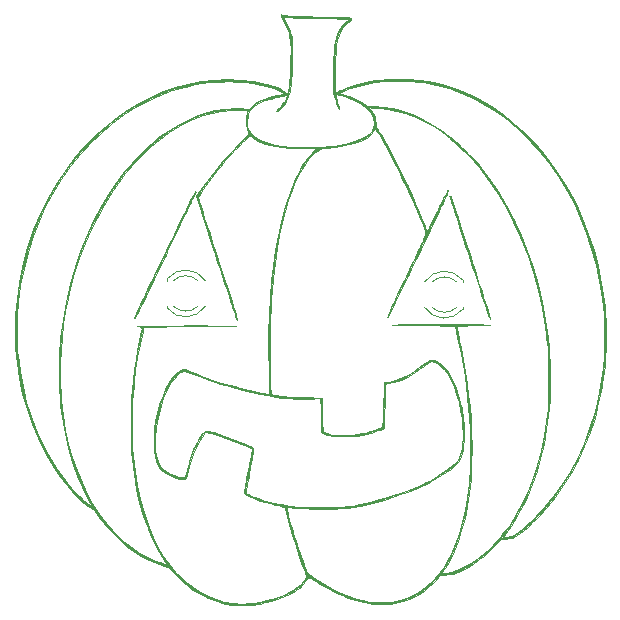
<source format=gbr>
%TF.GenerationSoftware,KiCad,Pcbnew,5.1.9+dfsg1-1*%
%TF.CreationDate,2021-10-11T10:55:51+01:00*%
%TF.ProjectId,pumpkin_jasmine,70756d70-6b69-46e5-9f6a-61736d696e65,rev?*%
%TF.SameCoordinates,Original*%
%TF.FileFunction,Legend,Top*%
%TF.FilePolarity,Positive*%
%FSLAX46Y46*%
G04 Gerber Fmt 4.6, Leading zero omitted, Abs format (unit mm)*
G04 Created by KiCad (PCBNEW 5.1.9+dfsg1-1) date 2021-10-11 10:55:51*
%MOMM*%
%LPD*%
G01*
G04 APERTURE LIST*
%ADD10C,0.010000*%
%ADD11C,0.120000*%
G04 APERTURE END LIST*
D10*
%TO.C,Ref\u002A\u002A*%
G36*
X143032739Y-67661385D02*
G01*
X143157912Y-67681101D01*
X143348831Y-67716411D01*
X143446500Y-67734879D01*
X143533644Y-67744314D01*
X143696931Y-67754961D01*
X143927850Y-67766556D01*
X144217888Y-67778835D01*
X144558535Y-67791534D01*
X144941279Y-67804389D01*
X145357609Y-67817136D01*
X145799014Y-67829511D01*
X146256983Y-67841250D01*
X146723003Y-67852089D01*
X147188565Y-67861764D01*
X147645156Y-67870011D01*
X147959264Y-67874856D01*
X148270329Y-67881240D01*
X148505992Y-67891696D01*
X148675493Y-67908175D01*
X148788071Y-67932629D01*
X148852964Y-67967009D01*
X148879411Y-68013267D01*
X148877565Y-68068851D01*
X148838559Y-68123119D01*
X148747440Y-68206226D01*
X148623189Y-68301028D01*
X148611166Y-68309453D01*
X148348415Y-68536606D01*
X148113657Y-68825760D01*
X147922519Y-69155156D01*
X147817558Y-69414412D01*
X147713601Y-69799274D01*
X147629962Y-70262678D01*
X147566577Y-70805357D01*
X147523379Y-71428046D01*
X147500302Y-72131478D01*
X147497282Y-72916389D01*
X147497943Y-72986336D01*
X147501937Y-73338409D01*
X147506178Y-73614995D01*
X147511322Y-73825270D01*
X147518030Y-73978415D01*
X147526958Y-74083605D01*
X147538766Y-74150019D01*
X147554111Y-74186836D01*
X147573653Y-74203233D01*
X147585476Y-74206696D01*
X147653254Y-74195563D01*
X147777598Y-74154158D01*
X147939075Y-74089521D01*
X148072310Y-74030290D01*
X148578155Y-73820768D01*
X149144196Y-73633921D01*
X149777856Y-73467583D01*
X150486562Y-73319593D01*
X150554728Y-73307018D01*
X150903505Y-73246253D01*
X151218631Y-73198824D01*
X151517615Y-73163555D01*
X151817967Y-73139274D01*
X152137195Y-73124806D01*
X152492808Y-73118978D01*
X152902316Y-73120614D01*
X153254174Y-73126012D01*
X153668762Y-73135131D01*
X154016661Y-73146775D01*
X154315846Y-73162820D01*
X154584293Y-73185141D01*
X154839976Y-73215613D01*
X155100872Y-73256111D01*
X155384954Y-73308511D01*
X155710199Y-73374688D01*
X155781366Y-73389656D01*
X156836904Y-73655520D01*
X157875662Y-74002938D01*
X158894729Y-74429941D01*
X159891195Y-74934561D01*
X160862150Y-75514829D01*
X161804682Y-76168777D01*
X162715883Y-76894435D01*
X163592840Y-77689835D01*
X164432644Y-78553009D01*
X165232385Y-79481987D01*
X165727278Y-80117404D01*
X166516895Y-81242532D01*
X167236484Y-82414854D01*
X167885719Y-83633502D01*
X168464273Y-84897608D01*
X168971823Y-86206304D01*
X169408041Y-87558723D01*
X169772603Y-88953997D01*
X170065183Y-90391259D01*
X170285456Y-91869640D01*
X170349863Y-92439415D01*
X170374962Y-92698091D01*
X170394987Y-92945679D01*
X170410456Y-93196432D01*
X170421888Y-93464604D01*
X170429803Y-93764450D01*
X170434719Y-94110224D01*
X170437154Y-94516181D01*
X170437662Y-94852067D01*
X170434911Y-95466531D01*
X170425511Y-96013480D01*
X170408110Y-96509899D01*
X170381359Y-96972771D01*
X170343907Y-97419082D01*
X170294404Y-97865817D01*
X170231500Y-98329960D01*
X170153844Y-98828497D01*
X170092714Y-99191233D01*
X169827750Y-100507526D01*
X169494189Y-101787288D01*
X169093588Y-103027368D01*
X168627507Y-104224614D01*
X168097507Y-105375875D01*
X167505146Y-106477999D01*
X166851984Y-107527834D01*
X166139581Y-108522230D01*
X165369496Y-109458035D01*
X164614540Y-110261400D01*
X164201006Y-110667359D01*
X163834133Y-111011689D01*
X163507421Y-111298653D01*
X163214367Y-111532516D01*
X162948470Y-111717542D01*
X162703228Y-111857995D01*
X162472138Y-111958140D01*
X162248700Y-112022242D01*
X162026411Y-112054564D01*
X161871388Y-112060567D01*
X161615028Y-112060567D01*
X160976264Y-112687175D01*
X160535318Y-113107277D01*
X160124994Y-113470117D01*
X159728565Y-113788626D01*
X159329307Y-114075733D01*
X158910493Y-114344367D01*
X158588569Y-114532970D01*
X158198756Y-114738580D01*
X157841469Y-114891308D01*
X157490828Y-114999567D01*
X157120951Y-115071769D01*
X156823833Y-115106549D01*
X156442833Y-115141298D01*
X155903387Y-115672212D01*
X155515053Y-116040150D01*
X155158682Y-116346190D01*
X154821306Y-116600197D01*
X154489959Y-116812036D01*
X154200576Y-116967696D01*
X153552469Y-117244111D01*
X152884621Y-117441123D01*
X152195691Y-117558725D01*
X151484335Y-117596907D01*
X150749209Y-117555664D01*
X149988971Y-117434985D01*
X149202278Y-117234864D01*
X148387788Y-116955292D01*
X148329689Y-116932743D01*
X147852074Y-116728430D01*
X147321425Y-116468044D01*
X146735459Y-116150396D01*
X146091890Y-115774302D01*
X146050000Y-115749008D01*
X145791492Y-115593320D01*
X145595512Y-115477628D01*
X145452570Y-115397410D01*
X145353173Y-115348146D01*
X145287829Y-115325317D01*
X145247049Y-115324401D01*
X145221339Y-115340878D01*
X145213606Y-115350675D01*
X145013081Y-115626367D01*
X144839573Y-115844694D01*
X144678819Y-116022216D01*
X144516557Y-116175490D01*
X144465652Y-116219052D01*
X144199688Y-116411856D01*
X143863502Y-116607517D01*
X143471140Y-116800656D01*
X143036646Y-116985897D01*
X142574064Y-117157861D01*
X142097439Y-117311170D01*
X141620815Y-117440446D01*
X141158237Y-117540310D01*
X140906486Y-117581975D01*
X140630958Y-117614278D01*
X140308750Y-117639835D01*
X139963033Y-117657892D01*
X139616979Y-117667690D01*
X139293760Y-117668474D01*
X139016549Y-117659487D01*
X138874500Y-117648314D01*
X138184393Y-117535860D01*
X137488454Y-117347109D01*
X136802046Y-117087735D01*
X136140534Y-116763412D01*
X135614833Y-116444598D01*
X135274908Y-116206057D01*
X134950265Y-115951264D01*
X134625398Y-115666634D01*
X134284799Y-115338579D01*
X133913081Y-114953643D01*
X133396663Y-114403731D01*
X133043609Y-114316573D01*
X132647000Y-114199178D01*
X132207662Y-114034838D01*
X131746416Y-113832553D01*
X131284086Y-113601323D01*
X130929882Y-113402991D01*
X130397887Y-113057260D01*
X129852994Y-112642892D01*
X129307846Y-112171972D01*
X128775090Y-111656585D01*
X128267369Y-111108815D01*
X127797329Y-110540747D01*
X127465501Y-110092067D01*
X127318086Y-109883728D01*
X127202979Y-109730226D01*
X127104986Y-109616313D01*
X127008910Y-109526741D01*
X126899553Y-109446264D01*
X126761720Y-109359635D01*
X126696787Y-109320783D01*
X126329866Y-109070497D01*
X125942666Y-108746765D01*
X125540614Y-108356811D01*
X125129137Y-107907861D01*
X124713661Y-107407138D01*
X124299615Y-106861866D01*
X123892423Y-106279270D01*
X123497513Y-105666574D01*
X123120313Y-105031002D01*
X122766248Y-104379780D01*
X122440745Y-103720130D01*
X122363023Y-103551567D01*
X121850783Y-102322450D01*
X121416111Y-101062916D01*
X121059185Y-99776892D01*
X120780185Y-98468304D01*
X120579290Y-97141081D01*
X120456679Y-95799148D01*
X120412532Y-94446434D01*
X120414764Y-94358452D01*
X120585159Y-94358452D01*
X120585729Y-94811326D01*
X120590377Y-95246354D01*
X120599174Y-95649024D01*
X120612190Y-96004822D01*
X120629498Y-96299234D01*
X120641887Y-96439567D01*
X120822224Y-97820117D01*
X121069122Y-99149128D01*
X121383177Y-100428130D01*
X121764983Y-101658656D01*
X122215133Y-102842237D01*
X122734223Y-103980405D01*
X123322845Y-105074692D01*
X123981593Y-106126630D01*
X124711063Y-107137750D01*
X124869610Y-107340400D01*
X125056920Y-107566978D01*
X125272594Y-107811923D01*
X125505977Y-108064569D01*
X125746416Y-108314250D01*
X125983257Y-108550298D01*
X126205843Y-108762047D01*
X126403522Y-108938831D01*
X126565639Y-109069983D01*
X126661333Y-109134185D01*
X126783693Y-109202382D01*
X126872506Y-109250083D01*
X126906489Y-109266169D01*
X126892483Y-109231942D01*
X126845002Y-109139022D01*
X126771973Y-109002571D01*
X126701991Y-108874983D01*
X126160679Y-107815805D01*
X125682322Y-106706694D01*
X125266395Y-105545912D01*
X124912371Y-104331721D01*
X124619724Y-103062382D01*
X124387928Y-101736156D01*
X124269578Y-100842233D01*
X124230361Y-100440770D01*
X124197382Y-99971656D01*
X124171082Y-99451707D01*
X124151898Y-98897739D01*
X124141872Y-98405258D01*
X124260850Y-98405258D01*
X124265577Y-98670668D01*
X124276558Y-99139051D01*
X124289002Y-99539687D01*
X124304167Y-99889495D01*
X124323316Y-100205395D01*
X124347706Y-100504306D01*
X124378598Y-100803147D01*
X124417253Y-101118838D01*
X124464930Y-101468297D01*
X124483713Y-101599854D01*
X124692102Y-102832645D01*
X124954952Y-104019570D01*
X125270898Y-105157955D01*
X125638574Y-106245129D01*
X126056614Y-107278418D01*
X126523654Y-108255152D01*
X127038326Y-109172657D01*
X127599265Y-110028261D01*
X128205107Y-110819293D01*
X128854484Y-111543080D01*
X129546032Y-112196949D01*
X130147222Y-112681777D01*
X130533011Y-112952463D01*
X130953950Y-113216511D01*
X131394583Y-113466177D01*
X131839456Y-113693716D01*
X132273112Y-113891381D01*
X132680096Y-114051430D01*
X133044953Y-114166115D01*
X133169341Y-114196192D01*
X133306182Y-114225968D01*
X132901093Y-113577184D01*
X132633521Y-113128933D01*
X132365502Y-112643560D01*
X132109780Y-112145999D01*
X131879099Y-111661184D01*
X131686203Y-111214049D01*
X131660774Y-111150400D01*
X131283889Y-110096083D01*
X130960137Y-108978482D01*
X130690205Y-107800783D01*
X130474782Y-106566169D01*
X130314559Y-105277826D01*
X130260010Y-104673400D01*
X130247295Y-104460077D01*
X130236829Y-104175170D01*
X130228612Y-103831731D01*
X130222642Y-103442812D01*
X130218920Y-103021465D01*
X130217445Y-102580744D01*
X130218217Y-102133699D01*
X130221234Y-101693384D01*
X130226496Y-101272850D01*
X130234002Y-100885151D01*
X130243752Y-100543338D01*
X130255745Y-100260464D01*
X130260223Y-100181808D01*
X130318377Y-99427246D01*
X130401725Y-98618292D01*
X130506793Y-97780220D01*
X130630105Y-96938300D01*
X130768185Y-96117807D01*
X130917557Y-95344013D01*
X130940821Y-95233067D01*
X130990681Y-94997891D01*
X131038521Y-94772132D01*
X131079498Y-94578657D01*
X131108767Y-94440330D01*
X131112979Y-94420399D01*
X131141523Y-94250797D01*
X131133025Y-94145823D01*
X131077537Y-94089895D01*
X130965109Y-94067426D01*
X130885411Y-94063891D01*
X130764776Y-94059501D01*
X130721492Y-94051694D01*
X130748244Y-94037643D01*
X130788833Y-94026567D01*
X130849351Y-94021541D01*
X130985533Y-94016845D01*
X131190488Y-94012489D01*
X131457321Y-94008479D01*
X131779139Y-94004826D01*
X132149050Y-94001538D01*
X132560159Y-93998623D01*
X133005574Y-93996091D01*
X133478401Y-93993950D01*
X133971747Y-93992208D01*
X134478719Y-93990875D01*
X134992424Y-93989958D01*
X135505968Y-93989468D01*
X136012459Y-93989412D01*
X136505002Y-93989799D01*
X136976705Y-93990638D01*
X137420674Y-93991938D01*
X137830017Y-93993707D01*
X138197840Y-93995954D01*
X138517249Y-93998687D01*
X138781352Y-94001916D01*
X138983256Y-94005649D01*
X139116066Y-94009895D01*
X139172890Y-94014662D01*
X139174373Y-94015983D01*
X139128344Y-94020812D01*
X139003602Y-94025867D01*
X138806102Y-94031067D01*
X138541794Y-94036334D01*
X138216635Y-94041587D01*
X137836575Y-94046747D01*
X137407570Y-94051734D01*
X136935571Y-94056468D01*
X136426533Y-94060870D01*
X135886409Y-94064859D01*
X135321152Y-94068357D01*
X135222445Y-94068900D01*
X131302256Y-94090067D01*
X131226770Y-94428733D01*
X130990877Y-95549642D01*
X130792096Y-96635291D01*
X130625802Y-97715558D01*
X130487371Y-98820320D01*
X130378245Y-99910900D01*
X130359711Y-100179299D01*
X130344865Y-100517917D01*
X130333650Y-100913435D01*
X130326009Y-101352534D01*
X130321883Y-101821897D01*
X130321217Y-102308204D01*
X130323953Y-102798137D01*
X130330034Y-103278377D01*
X130339402Y-103735607D01*
X130352002Y-104156508D01*
X130367774Y-104527761D01*
X130386664Y-104836048D01*
X130400033Y-104990900D01*
X130557329Y-106290588D01*
X130760915Y-107520006D01*
X131011107Y-108679985D01*
X131308226Y-109771354D01*
X131652589Y-110794943D01*
X132044514Y-111751582D01*
X132484320Y-112642101D01*
X132972325Y-113467329D01*
X133508847Y-114228097D01*
X134094205Y-114925235D01*
X134290392Y-115133473D01*
X134874576Y-115691898D01*
X135470137Y-116169880D01*
X136085424Y-116571592D01*
X136728785Y-116901205D01*
X137408568Y-117162890D01*
X138133121Y-117360817D01*
X138910792Y-117499157D01*
X139065000Y-117519020D01*
X139371128Y-117539721D01*
X139743487Y-117537076D01*
X140167091Y-117511669D01*
X140626956Y-117464083D01*
X140694833Y-117455497D01*
X141191534Y-117374338D01*
X141699636Y-117260021D01*
X142206972Y-117117305D01*
X142701375Y-116950951D01*
X143170677Y-116765719D01*
X143602714Y-116566368D01*
X143985316Y-116357659D01*
X144306319Y-116144352D01*
X144529595Y-115955233D01*
X144689607Y-115783471D01*
X144835653Y-115599949D01*
X144956281Y-115421762D01*
X145040040Y-115266008D01*
X145075476Y-115149781D01*
X145075936Y-115139639D01*
X145060592Y-115075256D01*
X145018138Y-114948926D01*
X144954386Y-114776708D01*
X144875148Y-114574658D01*
X144840724Y-114489826D01*
X144672272Y-114057483D01*
X144491777Y-113555408D01*
X144303442Y-112996958D01*
X144111471Y-112395494D01*
X143920067Y-111764375D01*
X143733435Y-111116961D01*
X143555777Y-110466612D01*
X143463600Y-110113233D01*
X143402699Y-109880631D01*
X143346763Y-109676365D01*
X143299906Y-109514739D01*
X143266242Y-109410061D01*
X143251984Y-109377361D01*
X143202253Y-109356457D01*
X143083292Y-109320567D01*
X142908471Y-109273299D01*
X142691160Y-109218261D01*
X142444728Y-109159061D01*
X142431696Y-109156013D01*
X141994097Y-109049930D01*
X141617320Y-108949000D01*
X141278443Y-108845902D01*
X140954547Y-108733317D01*
X140622710Y-108603925D01*
X140366570Y-108496490D01*
X140108390Y-108379448D01*
X139931665Y-108284887D01*
X139836246Y-108212722D01*
X139821232Y-108191063D01*
X139810855Y-108161846D01*
X139805331Y-108123423D01*
X139806005Y-108068061D01*
X139814224Y-107988027D01*
X139831335Y-107875586D01*
X139858683Y-107723005D01*
X139897615Y-107522552D01*
X139949477Y-107266493D01*
X140015616Y-106947094D01*
X140097378Y-106556622D01*
X140146204Y-106324400D01*
X140249350Y-105825898D01*
X140332187Y-105406881D01*
X140395135Y-105064743D01*
X140438617Y-104796881D01*
X140463055Y-104600688D01*
X140468869Y-104473561D01*
X140456483Y-104412895D01*
X140455842Y-104412083D01*
X140390955Y-104367495D01*
X140255802Y-104299943D01*
X140060469Y-104213147D01*
X139815041Y-104110826D01*
X139529603Y-103996702D01*
X139214241Y-103874492D01*
X138879042Y-103747919D01*
X138534090Y-103620700D01*
X138189471Y-103496557D01*
X137855270Y-103379209D01*
X137541574Y-103272377D01*
X137258468Y-103179779D01*
X137016038Y-103105137D01*
X136824368Y-103052169D01*
X136694333Y-103024708D01*
X136503833Y-102997637D01*
X136239943Y-103391018D01*
X136006351Y-103767181D01*
X135794140Y-104170246D01*
X135599651Y-104609992D01*
X135419227Y-105096199D01*
X135249209Y-105638646D01*
X135085939Y-106247112D01*
X134940651Y-106864150D01*
X134913582Y-106939686D01*
X134859245Y-106972955D01*
X134749649Y-106980561D01*
X134744408Y-106980567D01*
X134420755Y-106952262D01*
X134072160Y-106873049D01*
X133718607Y-106751484D01*
X133380081Y-106596120D01*
X133076568Y-106415512D01*
X132828053Y-106218213D01*
X132734211Y-106120142D01*
X132539137Y-105836334D01*
X132385884Y-105488462D01*
X132273994Y-105074332D01*
X132203008Y-104591750D01*
X132172468Y-104038523D01*
X132173446Y-103960477D01*
X132268080Y-103960477D01*
X132300400Y-104535648D01*
X132380201Y-105059191D01*
X132417668Y-105220085D01*
X132506039Y-105506643D01*
X132616965Y-105738246D01*
X132767867Y-105944452D01*
X132959541Y-106139516D01*
X133224828Y-106348194D01*
X133535964Y-106532938D01*
X133870526Y-106684205D01*
X134206092Y-106792454D01*
X134520240Y-106848142D01*
X134637493Y-106853567D01*
X134810777Y-106853567D01*
X134968805Y-106229150D01*
X135117486Y-105671987D01*
X135264392Y-105184948D01*
X135414077Y-104753726D01*
X135538363Y-104440567D01*
X135637486Y-104223546D01*
X135760753Y-103981224D01*
X135897588Y-103731856D01*
X136037415Y-103493701D01*
X136169659Y-103285015D01*
X136283743Y-103124056D01*
X136339498Y-103057536D01*
X136429575Y-102978621D01*
X136530757Y-102932403D01*
X136657230Y-102918720D01*
X136823180Y-102937409D01*
X137042792Y-102988306D01*
X137249744Y-103047070D01*
X137470038Y-103116287D01*
X137737326Y-103206379D01*
X138040198Y-103312955D01*
X138367243Y-103431626D01*
X138707050Y-103558000D01*
X139048206Y-103687688D01*
X139379302Y-103816299D01*
X139688925Y-103939443D01*
X139965664Y-104052729D01*
X140198109Y-104151768D01*
X140374847Y-104232168D01*
X140484468Y-104289540D01*
X140492684Y-104294744D01*
X140562468Y-104367648D01*
X140587980Y-104480980D01*
X140589000Y-104522037D01*
X140581031Y-104599376D01*
X140558312Y-104749696D01*
X140522623Y-104962940D01*
X140475741Y-105229050D01*
X140419448Y-105537971D01*
X140355523Y-105879645D01*
X140285745Y-106244015D01*
X140269438Y-106328006D01*
X140199181Y-106693163D01*
X140134905Y-107035383D01*
X140078298Y-107345055D01*
X140031047Y-107612572D01*
X139994842Y-107828325D01*
X139971370Y-107982704D01*
X139962320Y-108066100D01*
X139962522Y-108074836D01*
X139978567Y-108124997D01*
X140022273Y-108173438D01*
X140106434Y-108228583D01*
X140243841Y-108298857D01*
X140440833Y-108389773D01*
X141006412Y-108621718D01*
X141604642Y-108821001D01*
X142245071Y-108989792D01*
X142937246Y-109130262D01*
X143690712Y-109244579D01*
X144515016Y-109334915D01*
X144653000Y-109347192D01*
X144890954Y-109362433D01*
X145197674Y-109373895D01*
X145557339Y-109381564D01*
X145954132Y-109385424D01*
X146372235Y-109385460D01*
X146795827Y-109381657D01*
X147209092Y-109373999D01*
X147596211Y-109362472D01*
X147879932Y-109350280D01*
X148192141Y-109332034D01*
X148477155Y-109308998D01*
X148750020Y-109278672D01*
X149025785Y-109238555D01*
X149319497Y-109186148D01*
X149646201Y-109118949D01*
X150020947Y-109034460D01*
X150458780Y-108930180D01*
X150567633Y-108903707D01*
X150971841Y-108802874D01*
X151337799Y-108706068D01*
X151684702Y-108607382D01*
X152031740Y-108500913D01*
X152398108Y-108380754D01*
X152802998Y-108241000D01*
X153265603Y-108075746D01*
X153305519Y-108061305D01*
X153805986Y-107877826D01*
X154238162Y-107713508D01*
X154614584Y-107562317D01*
X154947792Y-107418217D01*
X155250323Y-107275170D01*
X155534716Y-107127142D01*
X155813509Y-106968096D01*
X156099241Y-106791997D01*
X156404450Y-106592807D01*
X156527500Y-106510241D01*
X156946509Y-106219753D01*
X157293997Y-105962345D01*
X157568808Y-105738959D01*
X157769789Y-105550536D01*
X157895786Y-105398016D01*
X157900637Y-105390499D01*
X158000395Y-105197909D01*
X158097761Y-104947309D01*
X158184334Y-104665144D01*
X158251714Y-104377857D01*
X158283128Y-104186567D01*
X158304759Y-103948566D01*
X158318361Y-103648032D01*
X158324135Y-103306695D01*
X158322282Y-102946289D01*
X158313004Y-102588543D01*
X158296502Y-102255190D01*
X158272979Y-101967962D01*
X158261665Y-101870985D01*
X158144073Y-101134053D01*
X157988832Y-100431920D01*
X157798768Y-99771992D01*
X157576708Y-99161676D01*
X157325479Y-98608379D01*
X157047906Y-98119508D01*
X156746817Y-97702471D01*
X156612173Y-97548523D01*
X156357930Y-97305781D01*
X156118374Y-97141586D01*
X155887391Y-97052413D01*
X155717205Y-97032647D01*
X155654157Y-97033896D01*
X155596629Y-97042064D01*
X155534554Y-97063293D01*
X155457862Y-97103724D01*
X155356487Y-97169498D01*
X155220359Y-97266756D01*
X155039411Y-97401640D01*
X154803575Y-97580292D01*
X154739224Y-97629195D01*
X154276733Y-97955254D01*
X153802658Y-98241625D01*
X153329238Y-98482692D01*
X152868714Y-98672838D01*
X152433324Y-98806446D01*
X152035308Y-98877897D01*
X152013896Y-98879991D01*
X151716001Y-98907677D01*
X151745895Y-99408534D01*
X151749003Y-99529330D01*
X151748417Y-99713078D01*
X151744584Y-99948422D01*
X151737953Y-100224008D01*
X151728971Y-100528479D01*
X151718086Y-100850479D01*
X151705745Y-101178654D01*
X151692398Y-101501648D01*
X151678491Y-101808105D01*
X151664474Y-102086670D01*
X151650792Y-102325986D01*
X151637895Y-102514698D01*
X151626231Y-102641451D01*
X151616271Y-102694854D01*
X151575850Y-102711809D01*
X151468871Y-102751610D01*
X151308780Y-102809386D01*
X151109023Y-102880271D01*
X150954269Y-102934567D01*
X150541008Y-103070694D01*
X150160383Y-103176315D01*
X149791698Y-103254669D01*
X149414259Y-103308998D01*
X149007369Y-103342541D01*
X148550332Y-103358538D01*
X148230166Y-103361067D01*
X147832874Y-103357665D01*
X147507463Y-103346242D01*
X147241377Y-103324967D01*
X147022057Y-103292010D01*
X146836945Y-103245541D01*
X146673483Y-103183731D01*
X146535710Y-103114150D01*
X146367500Y-103019884D01*
X146336758Y-101814642D01*
X146327800Y-101490794D01*
X146317991Y-101183463D01*
X146307860Y-100906087D01*
X146297939Y-100672104D01*
X146288756Y-100494953D01*
X146280841Y-100388071D01*
X146280349Y-100383577D01*
X146254681Y-100157754D01*
X145273924Y-100187213D01*
X144724518Y-100194293D01*
X144178652Y-100181284D01*
X143626354Y-100146776D01*
X143057654Y-100089361D01*
X142462582Y-100007630D01*
X141831168Y-99900173D01*
X141153441Y-99765581D01*
X140419433Y-99602446D01*
X139619171Y-99409358D01*
X139424833Y-99360598D01*
X138813010Y-99203254D01*
X138268435Y-99056392D01*
X137775165Y-98914773D01*
X137317254Y-98773160D01*
X136878757Y-98626312D01*
X136443729Y-98468991D01*
X135996224Y-98295958D01*
X135520298Y-98101973D01*
X135255000Y-97990535D01*
X135015809Y-97898201D01*
X134828573Y-97850786D01*
X134673964Y-97847527D01*
X134532654Y-97887658D01*
X134406038Y-97956920D01*
X134130698Y-98175992D01*
X133858865Y-98478340D01*
X133591547Y-98862614D01*
X133329752Y-99327459D01*
X133221351Y-99547102D01*
X132971288Y-100130868D01*
X132756211Y-100751206D01*
X132577904Y-101395516D01*
X132438153Y-102051198D01*
X132338741Y-102705652D01*
X132281456Y-103346278D01*
X132268080Y-103960477D01*
X132173446Y-103960477D01*
X132179633Y-103466900D01*
X132228229Y-102743682D01*
X132317805Y-102066405D01*
X132453937Y-101404098D01*
X132642203Y-100725792D01*
X132713293Y-100503567D01*
X132921703Y-99928084D01*
X133148948Y-99407535D01*
X133391947Y-98946369D01*
X133647623Y-98549034D01*
X133912897Y-98219976D01*
X134184689Y-97963646D01*
X134459922Y-97784490D01*
X134647551Y-97708994D01*
X134735180Y-97686503D01*
X134811674Y-97682413D01*
X134899638Y-97701253D01*
X135021680Y-97747555D01*
X135175746Y-97814849D01*
X135686367Y-98036703D01*
X136170110Y-98234022D01*
X136646337Y-98413584D01*
X137134411Y-98582167D01*
X137653694Y-98746549D01*
X138223548Y-98913506D01*
X138662833Y-99035520D01*
X139057074Y-99141113D01*
X139457750Y-99244881D01*
X139856193Y-99344869D01*
X140243737Y-99439122D01*
X140611717Y-99525687D01*
X140951465Y-99602608D01*
X141254316Y-99667932D01*
X141511603Y-99719704D01*
X141714661Y-99755970D01*
X141854822Y-99774775D01*
X141923421Y-99774165D01*
X141927573Y-99771771D01*
X141930812Y-99726412D01*
X141931776Y-99604678D01*
X141930591Y-99414824D01*
X141927383Y-99165108D01*
X141922278Y-98863787D01*
X141915401Y-98519116D01*
X141906878Y-98139354D01*
X141896835Y-97732756D01*
X141896020Y-97701248D01*
X141872373Y-96123143D01*
X141875315Y-95736392D01*
X141995288Y-95736392D01*
X141996010Y-96162002D01*
X141998657Y-96600196D01*
X142003058Y-97042229D01*
X142009040Y-97479356D01*
X142016432Y-97902831D01*
X142025061Y-98303912D01*
X142034755Y-98673851D01*
X142045343Y-99003906D01*
X142056652Y-99285330D01*
X142068510Y-99509380D01*
X142080745Y-99667310D01*
X142093185Y-99750376D01*
X142094695Y-99754928D01*
X142158987Y-99811556D01*
X142304597Y-99863672D01*
X142528279Y-99910921D01*
X142826786Y-99952946D01*
X143196872Y-99989391D01*
X143635290Y-100019901D01*
X144138795Y-100044120D01*
X144704139Y-100061692D01*
X144938750Y-100066631D01*
X146388666Y-100093380D01*
X146391277Y-100478390D01*
X146393502Y-100636453D01*
X146398244Y-100860336D01*
X146405024Y-101131246D01*
X146413360Y-101430388D01*
X146422773Y-101738969D01*
X146426167Y-101843720D01*
X146437886Y-102185795D01*
X146450255Y-102453621D01*
X146466893Y-102657561D01*
X146491419Y-102807982D01*
X146527451Y-102915248D01*
X146578608Y-102989724D01*
X146648508Y-103041776D01*
X146740770Y-103081767D01*
X146859013Y-103120064D01*
X146873298Y-103124475D01*
X147290720Y-103220650D01*
X147774664Y-103273005D01*
X148319119Y-103281390D01*
X148918072Y-103245656D01*
X149415500Y-103187580D01*
X149805996Y-103125462D01*
X150160472Y-103050737D01*
X150512826Y-102954957D01*
X150896961Y-102829674D01*
X151006778Y-102791028D01*
X151497390Y-102616253D01*
X151550695Y-101930326D01*
X151566080Y-101697049D01*
X151581498Y-101399325D01*
X151596145Y-101057370D01*
X151609217Y-100691399D01*
X151619909Y-100321628D01*
X151626364Y-100028228D01*
X151648729Y-98812057D01*
X151780948Y-98791840D01*
X151904653Y-98774193D01*
X152061445Y-98753413D01*
X152124833Y-98745415D01*
X152469673Y-98675137D01*
X152857228Y-98547708D01*
X153274454Y-98369691D01*
X153708303Y-98147647D01*
X154145732Y-97888136D01*
X154573694Y-97597722D01*
X154894589Y-97352313D01*
X155107852Y-97182913D01*
X155271157Y-97061735D01*
X155398122Y-96981089D01*
X155502368Y-96933285D01*
X155597514Y-96910631D01*
X155686094Y-96905391D01*
X155964804Y-96946812D01*
X156242625Y-97068975D01*
X156516937Y-97267972D01*
X156785120Y-97539897D01*
X157044553Y-97880841D01*
X157292615Y-98286898D01*
X157526688Y-98754160D01*
X157744150Y-99278721D01*
X157942382Y-99856672D01*
X158118763Y-100484107D01*
X158138192Y-100561955D01*
X158230260Y-100953488D01*
X158301489Y-101303595D01*
X158354246Y-101633410D01*
X158390896Y-101964067D01*
X158413806Y-102316699D01*
X158425343Y-102712440D01*
X158427921Y-103149400D01*
X158420843Y-103661061D01*
X158398962Y-104099048D01*
X158358380Y-104473650D01*
X158295200Y-104795152D01*
X158205524Y-105073843D01*
X158085455Y-105320011D01*
X157931095Y-105543943D01*
X157738547Y-105755926D01*
X157503914Y-105966248D01*
X157299517Y-106127917D01*
X156937308Y-106388832D01*
X156521546Y-106663994D01*
X156077811Y-106937542D01*
X155631684Y-107193615D01*
X155276879Y-107382045D01*
X154802317Y-107607069D01*
X154257312Y-107837205D01*
X153655576Y-108068282D01*
X153010823Y-108296128D01*
X152336765Y-108516573D01*
X151647115Y-108725445D01*
X150955586Y-108918572D01*
X150275891Y-109091782D01*
X149621742Y-109240905D01*
X149006853Y-109361768D01*
X148505333Y-109441967D01*
X148345522Y-109457367D01*
X148113577Y-109470265D01*
X147821991Y-109480650D01*
X147483261Y-109488510D01*
X147109881Y-109493832D01*
X146714347Y-109496604D01*
X146309153Y-109496815D01*
X145906795Y-109494451D01*
X145519767Y-109489502D01*
X145160566Y-109481954D01*
X144841685Y-109471795D01*
X144575620Y-109459015D01*
X144399000Y-109445956D01*
X144172909Y-109425639D01*
X143955999Y-109407611D01*
X143773888Y-109393916D01*
X143658166Y-109386857D01*
X143446500Y-109377258D01*
X143458003Y-109522995D01*
X143477864Y-109656780D01*
X143520282Y-109859790D01*
X143582095Y-110120586D01*
X143660141Y-110427729D01*
X143751257Y-110769779D01*
X143852281Y-111135297D01*
X143960050Y-111512842D01*
X144071401Y-111890976D01*
X144183171Y-112258259D01*
X144292199Y-112603251D01*
X144395322Y-112914512D01*
X144396876Y-112919064D01*
X144519512Y-113269975D01*
X144646956Y-113619833D01*
X144773292Y-113953397D01*
X144892603Y-114255432D01*
X144998974Y-114510699D01*
X145086488Y-114703960D01*
X145102442Y-114736285D01*
X145158740Y-114841061D01*
X145218233Y-114929723D01*
X145293015Y-115013288D01*
X145395182Y-115102778D01*
X145536827Y-115209211D01*
X145730045Y-115343608D01*
X145881503Y-115446120D01*
X146750842Y-115990331D01*
X147621497Y-116453333D01*
X148491659Y-116834347D01*
X149359518Y-117132592D01*
X150223264Y-117347289D01*
X150346833Y-117371209D01*
X150541038Y-117396092D01*
X150798955Y-117412744D01*
X151101241Y-117421456D01*
X151428551Y-117422523D01*
X151761542Y-117416239D01*
X152080872Y-117402895D01*
X152367197Y-117382786D01*
X152601173Y-117356205D01*
X152717500Y-117335264D01*
X153354564Y-117158353D01*
X153942854Y-116922892D01*
X154494239Y-116622391D01*
X155020584Y-116250361D01*
X155533757Y-115800314D01*
X155545840Y-115788664D01*
X155988136Y-115336219D01*
X156370318Y-114887155D01*
X156708394Y-114419366D01*
X157018367Y-113910745D01*
X157310125Y-113351733D01*
X157685038Y-112507764D01*
X158011171Y-111610814D01*
X158289442Y-110657209D01*
X158520769Y-109643276D01*
X158706074Y-108565340D01*
X158846273Y-107419727D01*
X158877566Y-107086400D01*
X158898063Y-106796879D01*
X158915527Y-106437514D01*
X158929799Y-106023077D01*
X158940723Y-105568341D01*
X158948141Y-105088081D01*
X158951894Y-104597068D01*
X158951824Y-104110076D01*
X158947775Y-103641877D01*
X158939587Y-103207246D01*
X158927104Y-102820956D01*
X158923917Y-102747233D01*
X158872760Y-101805687D01*
X158805570Y-100898713D01*
X158720264Y-100010927D01*
X158614761Y-99126944D01*
X158486981Y-98231380D01*
X158334843Y-97308850D01*
X158156264Y-96343970D01*
X157949165Y-95321355D01*
X157867359Y-94936733D01*
X157666992Y-94005400D01*
X155036990Y-93984233D01*
X154572889Y-93980110D01*
X154134120Y-93975461D01*
X153727965Y-93970412D01*
X153361705Y-93965090D01*
X153042621Y-93959621D01*
X152777996Y-93954131D01*
X152575110Y-93948747D01*
X152441245Y-93943596D01*
X152383682Y-93938803D01*
X152382085Y-93938130D01*
X152414276Y-93929170D01*
X152523212Y-93920066D01*
X152700970Y-93910984D01*
X152939630Y-93902090D01*
X153231270Y-93893548D01*
X153567967Y-93885523D01*
X153941801Y-93878182D01*
X154344850Y-93871688D01*
X154769192Y-93866209D01*
X155206905Y-93861908D01*
X155650068Y-93858951D01*
X156090760Y-93857503D01*
X156252333Y-93857383D01*
X156680238Y-93858126D01*
X157121741Y-93860266D01*
X157568970Y-93863658D01*
X158014055Y-93868156D01*
X158449123Y-93873615D01*
X158866302Y-93879890D01*
X159257722Y-93886835D01*
X159615511Y-93894306D01*
X159931797Y-93902157D01*
X160198709Y-93910243D01*
X160408374Y-93918419D01*
X160552923Y-93926539D01*
X160624482Y-93934458D01*
X160630568Y-93938171D01*
X160583759Y-93944776D01*
X160462416Y-93952007D01*
X160276664Y-93959535D01*
X160036630Y-93967029D01*
X159752442Y-93974161D01*
X159434225Y-93980601D01*
X159215653Y-93984233D01*
X158881057Y-93989945D01*
X158574131Y-93996371D01*
X158304967Y-94003206D01*
X158083658Y-94010146D01*
X157920296Y-94016887D01*
X157824973Y-94023125D01*
X157804296Y-94026750D01*
X157803709Y-94074910D01*
X157820814Y-94184314D01*
X157852147Y-94334226D01*
X157864424Y-94386584D01*
X157895466Y-94523252D01*
X157939349Y-94727052D01*
X157992752Y-94982004D01*
X158052351Y-95272130D01*
X158114825Y-95581451D01*
X158159225Y-95804567D01*
X158365316Y-96891144D01*
X158541395Y-97918336D01*
X158689892Y-98904962D01*
X158813238Y-99869840D01*
X158913865Y-100831790D01*
X158994203Y-101809629D01*
X159050284Y-102702535D01*
X159063619Y-103018934D01*
X159072983Y-103394591D01*
X159078525Y-103814906D01*
X159080395Y-104265279D01*
X159078743Y-104731111D01*
X159073718Y-105197801D01*
X159065470Y-105650750D01*
X159054148Y-106075358D01*
X159039902Y-106457026D01*
X159022882Y-106781152D01*
X159006233Y-107001733D01*
X158874560Y-108171220D01*
X158700575Y-109279113D01*
X158484863Y-110323438D01*
X158228008Y-111302223D01*
X157930593Y-112213493D01*
X157593204Y-113055278D01*
X157216423Y-113825602D01*
X156800835Y-114522492D01*
X156764170Y-114577636D01*
X156662390Y-114733013D01*
X156583223Y-114860817D01*
X156535677Y-114946038D01*
X156526545Y-114973556D01*
X156580853Y-114980498D01*
X156699071Y-114971053D01*
X156862736Y-114948418D01*
X157053387Y-114915790D01*
X157252560Y-114876366D01*
X157441796Y-114833342D01*
X157602632Y-114789916D01*
X157622430Y-114783798D01*
X158048190Y-114621301D01*
X158509526Y-114392996D01*
X158996692Y-114104586D01*
X159499941Y-113761775D01*
X159935333Y-113430066D01*
X160133573Y-113262530D01*
X160369867Y-113048436D01*
X160628965Y-112802931D01*
X160895620Y-112541163D01*
X161154583Y-112278277D01*
X161390606Y-112029421D01*
X161588440Y-111809744D01*
X161697537Y-111679567D01*
X162305440Y-110856313D01*
X162867340Y-109964467D01*
X163382069Y-109007259D01*
X163848455Y-107987919D01*
X164265327Y-106909677D01*
X164631516Y-105775765D01*
X164945851Y-104589412D01*
X165207162Y-103353849D01*
X165414277Y-102072307D01*
X165531967Y-101096233D01*
X165548259Y-100884958D01*
X165561728Y-100600639D01*
X165572418Y-100254847D01*
X165580374Y-99859158D01*
X165585641Y-99425142D01*
X165588263Y-98964375D01*
X165588287Y-98488429D01*
X165585755Y-98008877D01*
X165580714Y-97537293D01*
X165573208Y-97085249D01*
X165563281Y-96664320D01*
X165550979Y-96286077D01*
X165536347Y-95962094D01*
X165519429Y-95703946D01*
X165510715Y-95608785D01*
X165309783Y-94022066D01*
X165041032Y-92473067D01*
X164705356Y-90964094D01*
X164303648Y-89497452D01*
X163836802Y-88075447D01*
X163305710Y-86700384D01*
X162711266Y-85374568D01*
X162054363Y-84100306D01*
X161335895Y-82879902D01*
X160556755Y-81715662D01*
X159717836Y-80609891D01*
X159681148Y-80564567D01*
X159456422Y-80300324D01*
X159182337Y-79998315D01*
X158873060Y-79672606D01*
X158542759Y-79337266D01*
X158205598Y-79006361D01*
X157875747Y-78693958D01*
X157567372Y-78414126D01*
X157294640Y-78180932D01*
X157219751Y-78120474D01*
X156452132Y-77547428D01*
X155690568Y-77052586D01*
X154925957Y-76630856D01*
X154149197Y-76277142D01*
X153485936Y-76030625D01*
X153092886Y-75907105D01*
X152710271Y-75805739D01*
X152320197Y-75723354D01*
X151904771Y-75656779D01*
X151446101Y-75602844D01*
X150926292Y-75558377D01*
X150752517Y-75546192D01*
X150353868Y-75519438D01*
X150530679Y-75730619D01*
X150735821Y-76019691D01*
X150868160Y-76318633D01*
X150937472Y-76652205D01*
X150949157Y-76790316D01*
X150960985Y-76963874D01*
X150979343Y-77089526D01*
X151014035Y-77195429D01*
X151074865Y-77309742D01*
X151171638Y-77460621D01*
X151194668Y-77495400D01*
X151372583Y-77776522D01*
X151577074Y-78123579D01*
X151809308Y-78538729D01*
X152070455Y-79024125D01*
X152361684Y-79581924D01*
X152684162Y-80214282D01*
X152881398Y-80606900D01*
X153289664Y-81433497D01*
X153660315Y-82205920D01*
X154001156Y-82941447D01*
X154319993Y-83657356D01*
X154624631Y-84370925D01*
X154922875Y-85099432D01*
X155013692Y-85327067D01*
X155097970Y-85536727D01*
X155173218Y-85718710D01*
X155233178Y-85858275D01*
X155271595Y-85940683D01*
X155280472Y-85955528D01*
X155300788Y-85953235D01*
X155336578Y-85913132D01*
X155390224Y-85830703D01*
X155464105Y-85701431D01*
X155560599Y-85520800D01*
X155682087Y-85284293D01*
X155830948Y-84987392D01*
X156009562Y-84625582D01*
X156220307Y-84194345D01*
X156363484Y-83899747D01*
X156517953Y-83583093D01*
X156661631Y-83291817D01*
X156790205Y-83034410D01*
X156899366Y-82819366D01*
X156984802Y-82655177D01*
X157042203Y-82550334D01*
X157067250Y-82513331D01*
X157087340Y-82521034D01*
X157091888Y-82551357D01*
X157077946Y-82611489D01*
X157042566Y-82708616D01*
X156982801Y-82849926D01*
X156895704Y-83042606D01*
X156778326Y-83293845D01*
X156627722Y-83610830D01*
X156553846Y-83765306D01*
X156449901Y-83982433D01*
X156313402Y-84267659D01*
X156148314Y-84612696D01*
X155958600Y-85009255D01*
X155748224Y-85449050D01*
X155521152Y-85923791D01*
X155281347Y-86425192D01*
X155032774Y-86944965D01*
X154779396Y-87474821D01*
X154525178Y-88006473D01*
X154419783Y-88226900D01*
X154069940Y-88958488D01*
X153754744Y-89617364D01*
X153472391Y-90207236D01*
X153221076Y-90731809D01*
X152998993Y-91194790D01*
X152804338Y-91599886D01*
X152635307Y-91950802D01*
X152490094Y-92251247D01*
X152366894Y-92504925D01*
X152263903Y-92715543D01*
X152179316Y-92886808D01*
X152111327Y-93022427D01*
X152058133Y-93126105D01*
X152017928Y-93201550D01*
X151988906Y-93252467D01*
X151969265Y-93282563D01*
X151957198Y-93295545D01*
X151951475Y-93295820D01*
X151947472Y-93283434D01*
X151951169Y-93257318D01*
X151964749Y-93212659D01*
X151990392Y-93144645D01*
X152030281Y-93048463D01*
X152086600Y-92919299D01*
X152161529Y-92752343D01*
X152257251Y-92542780D01*
X152375948Y-92285799D01*
X152519803Y-91976586D01*
X152690998Y-91610329D01*
X152891715Y-91182215D01*
X153124136Y-90687432D01*
X153390444Y-90121167D01*
X153405311Y-90089567D01*
X153701238Y-89460644D01*
X153963207Y-88903741D01*
X154193195Y-88414217D01*
X154393182Y-87987429D01*
X154565145Y-87618737D01*
X154711064Y-87303498D01*
X154832916Y-87037072D01*
X154932681Y-86814816D01*
X155012337Y-86632090D01*
X155073862Y-86484251D01*
X155119236Y-86366659D01*
X155150435Y-86274671D01*
X155169440Y-86203646D01*
X155178229Y-86148944D01*
X155178779Y-86105921D01*
X155173070Y-86069937D01*
X155163081Y-86036350D01*
X155150789Y-86000518D01*
X155149722Y-85997284D01*
X155110873Y-85890133D01*
X155043823Y-85717602D01*
X154953724Y-85492130D01*
X154845728Y-85226154D01*
X154724988Y-84932114D01*
X154596657Y-84622450D01*
X154465886Y-84309600D01*
X154337829Y-84006003D01*
X154217638Y-83724099D01*
X154110465Y-83476327D01*
X154030416Y-83295067D01*
X153825149Y-82843128D01*
X153606829Y-82373850D01*
X153378608Y-81893261D01*
X153143641Y-81407391D01*
X152905079Y-80922270D01*
X152666075Y-80443928D01*
X152429784Y-79978394D01*
X152199357Y-79531699D01*
X151977947Y-79109872D01*
X151768708Y-78718943D01*
X151574792Y-78364942D01*
X151399352Y-78053898D01*
X151245542Y-77791841D01*
X151116514Y-77584802D01*
X151015421Y-77438809D01*
X150945416Y-77359894D01*
X150920322Y-77347233D01*
X150879825Y-77380702D01*
X150816666Y-77466098D01*
X150777179Y-77529585D01*
X150588786Y-77777305D01*
X150335855Y-77998594D01*
X150037992Y-78176404D01*
X150027508Y-78181388D01*
X149628841Y-78346175D01*
X149157735Y-78500609D01*
X148626080Y-78641923D01*
X148045763Y-78767347D01*
X147428673Y-78874114D01*
X146786699Y-78959454D01*
X146600333Y-78979517D01*
X146416225Y-79003993D01*
X146265743Y-79042044D01*
X146129883Y-79104026D01*
X145989645Y-79200295D01*
X145826026Y-79341208D01*
X145675179Y-79483728D01*
X145264497Y-79930940D01*
X144876019Y-80458861D01*
X144510073Y-81066409D01*
X144166983Y-81752502D01*
X143847077Y-82516058D01*
X143550680Y-83355995D01*
X143278119Y-84271231D01*
X143029720Y-85260683D01*
X142805810Y-86323270D01*
X142606714Y-87457911D01*
X142432758Y-88663521D01*
X142284269Y-89939021D01*
X142177735Y-91084400D01*
X142139646Y-91554241D01*
X142107968Y-91972638D01*
X142081939Y-92356247D01*
X142060795Y-92721725D01*
X142043774Y-93085730D01*
X142030113Y-93464916D01*
X142019048Y-93875942D01*
X142009818Y-94335464D01*
X142001658Y-94860138D01*
X142000310Y-94957900D01*
X141996664Y-95332109D01*
X141995288Y-95736392D01*
X141875315Y-95736392D01*
X141884067Y-94586156D01*
X141930667Y-93093724D01*
X142011739Y-91649288D01*
X142126848Y-90256287D01*
X142275560Y-88918160D01*
X142457440Y-87638345D01*
X142672054Y-86420283D01*
X142918968Y-85267413D01*
X143197746Y-84183173D01*
X143507955Y-83171004D01*
X143849160Y-82234344D01*
X143850244Y-82231615D01*
X144136750Y-81559258D01*
X144434066Y-80960740D01*
X144748697Y-80425341D01*
X145087145Y-79942344D01*
X145455913Y-79501028D01*
X145600063Y-79347483D01*
X145938018Y-78998233D01*
X145052092Y-78998061D01*
X144299785Y-78987712D01*
X143623860Y-78956169D01*
X143018424Y-78902226D01*
X142477587Y-78824674D01*
X141995455Y-78722309D01*
X141566138Y-78593922D01*
X141183743Y-78438308D01*
X140842379Y-78254260D01*
X140593860Y-78084979D01*
X140460994Y-77987055D01*
X140375407Y-77933873D01*
X140317310Y-77918498D01*
X140266913Y-77933996D01*
X140229148Y-77957186D01*
X140152190Y-78019051D01*
X140026616Y-78133453D01*
X139861621Y-78291072D01*
X139666399Y-78482588D01*
X139450147Y-78698682D01*
X139222057Y-78930032D01*
X138991326Y-79167319D01*
X138767148Y-79401222D01*
X138558718Y-79622422D01*
X138375230Y-79821598D01*
X138238151Y-79975315D01*
X138007772Y-80245381D01*
X137762133Y-80543686D01*
X137508039Y-80861092D01*
X137252291Y-81188457D01*
X137001693Y-81516641D01*
X136763047Y-81836502D01*
X136543156Y-82138901D01*
X136348823Y-82414696D01*
X136186850Y-82654747D01*
X136064040Y-82849913D01*
X135987196Y-82991054D01*
X135977640Y-83012719D01*
X135965111Y-83041027D01*
X135954766Y-83066797D01*
X135948296Y-83095886D01*
X135947387Y-83134150D01*
X135953728Y-83187446D01*
X135969007Y-83261630D01*
X135994912Y-83362560D01*
X136033131Y-83496092D01*
X136085352Y-83668083D01*
X136153263Y-83884389D01*
X136238552Y-84150868D01*
X136342907Y-84473375D01*
X136468017Y-84857768D01*
X136615569Y-85309904D01*
X136787251Y-85835639D01*
X136821617Y-85940900D01*
X137142779Y-86925550D01*
X137442481Y-87846220D01*
X137720302Y-88701601D01*
X137975827Y-89490384D01*
X138208634Y-90211262D01*
X138418308Y-90862926D01*
X138604428Y-91444069D01*
X138766577Y-91953381D01*
X138904336Y-92389556D01*
X139017287Y-92751283D01*
X139105011Y-93037256D01*
X139167091Y-93246166D01*
X139203106Y-93376705D01*
X139211314Y-93412733D01*
X139234813Y-93539733D01*
X139172699Y-93412733D01*
X139143321Y-93339273D01*
X139089474Y-93190019D01*
X139012741Y-92969736D01*
X138914702Y-92683191D01*
X138796940Y-92335147D01*
X138661035Y-91930371D01*
X138508571Y-91473628D01*
X138341128Y-90969684D01*
X138160287Y-90423304D01*
X137967631Y-89839253D01*
X137764742Y-89222298D01*
X137553201Y-88577202D01*
X137334589Y-87908732D01*
X137110488Y-87221654D01*
X136882480Y-86520732D01*
X136759265Y-86141165D01*
X135759981Y-83060598D01*
X136192613Y-82436999D01*
X136768052Y-81629420D01*
X137328643Y-80888840D01*
X137885713Y-80201737D01*
X138450590Y-79554591D01*
X139034603Y-78933881D01*
X139586224Y-78386393D01*
X140255615Y-77742025D01*
X140169856Y-77596675D01*
X140028085Y-77275290D01*
X139955950Y-76917029D01*
X139955846Y-76887642D01*
X140082508Y-76887642D01*
X140084352Y-77033568D01*
X140097811Y-77142650D01*
X140126327Y-77238733D01*
X140173343Y-77345661D01*
X140189676Y-77379527D01*
X140384289Y-77683666D01*
X140655704Y-77955278D01*
X141002280Y-78193702D01*
X141422377Y-78398279D01*
X141914355Y-78568347D01*
X142476575Y-78703246D01*
X143107397Y-78802315D01*
X143805180Y-78864893D01*
X143888612Y-78869664D01*
X144205052Y-78885926D01*
X144472985Y-78897154D01*
X144713201Y-78903368D01*
X144946490Y-78904588D01*
X145193643Y-78900835D01*
X145475450Y-78892128D01*
X145812703Y-78878489D01*
X145967258Y-78871680D01*
X146501197Y-78842538D01*
X146974629Y-78804384D01*
X147411489Y-78754394D01*
X147835712Y-78689745D01*
X148271231Y-78607616D01*
X148357166Y-78589816D01*
X148927655Y-78454095D01*
X149417097Y-78302484D01*
X149827919Y-78133257D01*
X150162547Y-77944690D01*
X150423407Y-77735059D01*
X150612926Y-77502638D01*
X150733531Y-77245703D01*
X150787648Y-76962531D01*
X150791333Y-76859771D01*
X150781774Y-76668686D01*
X150756925Y-76475769D01*
X150728096Y-76345327D01*
X150638900Y-76153899D01*
X150484090Y-75939612D01*
X150275704Y-75713349D01*
X150025779Y-75485993D01*
X149746353Y-75268428D01*
X149449465Y-75071536D01*
X149147153Y-74906202D01*
X149124018Y-74895103D01*
X148858757Y-74777584D01*
X148576297Y-74666782D01*
X148298036Y-74569980D01*
X148045369Y-74494461D01*
X147839695Y-74447507D01*
X147785284Y-74439463D01*
X147660377Y-74427534D01*
X147597824Y-74435276D01*
X147576221Y-74469994D01*
X147574000Y-74511562D01*
X147586680Y-74589991D01*
X147621046Y-74727917D01*
X147671578Y-74904661D01*
X147722166Y-75067009D01*
X147795802Y-75300495D01*
X147842484Y-75465111D01*
X147864175Y-75571562D01*
X147862836Y-75630555D01*
X147840430Y-75652794D01*
X147829728Y-75653900D01*
X147803476Y-75615807D01*
X147756572Y-75510374D01*
X147694267Y-75350866D01*
X147621812Y-75150549D01*
X147565854Y-74987150D01*
X147342584Y-74320400D01*
X147342605Y-74300850D01*
X147944552Y-74300850D01*
X147975328Y-74327335D01*
X148059392Y-74361811D01*
X148207575Y-74411161D01*
X148317032Y-74446089D01*
X148936962Y-74679515D01*
X149522048Y-74971877D01*
X149854183Y-75176065D01*
X150217602Y-75417875D01*
X150832551Y-75425010D01*
X151623013Y-75475322D01*
X152425843Y-75606947D01*
X153236860Y-75818163D01*
X154051882Y-76107250D01*
X154866728Y-76472486D01*
X155677217Y-76912150D01*
X156479168Y-77424521D01*
X157268398Y-78007879D01*
X157437666Y-78143748D01*
X157656457Y-78330664D01*
X157917139Y-78567534D01*
X158205871Y-78840576D01*
X158508810Y-79136007D01*
X158812116Y-79440047D01*
X159101947Y-79738912D01*
X159364460Y-80018821D01*
X159585815Y-80265991D01*
X159677623Y-80374067D01*
X160512034Y-81445679D01*
X161289767Y-82578440D01*
X162009740Y-83769642D01*
X162670873Y-85016580D01*
X163272084Y-86316548D01*
X163812291Y-87666837D01*
X164290413Y-89064743D01*
X164705369Y-90507558D01*
X165056078Y-91992575D01*
X165341458Y-93517089D01*
X165560427Y-95078393D01*
X165563666Y-95106067D01*
X165626306Y-95737815D01*
X165675443Y-96432122D01*
X165710557Y-97167878D01*
X165731127Y-97923978D01*
X165736632Y-98679312D01*
X165726553Y-99412774D01*
X165700369Y-100103256D01*
X165691003Y-100270733D01*
X165584234Y-101535991D01*
X165417803Y-102784503D01*
X165193776Y-104007988D01*
X164914223Y-105198167D01*
X164581210Y-106346759D01*
X164196805Y-107445485D01*
X163763076Y-108486064D01*
X163502688Y-109033733D01*
X163221499Y-109581050D01*
X162950507Y-110070004D01*
X162675749Y-110523381D01*
X162383262Y-110963963D01*
X162059084Y-111414536D01*
X161974569Y-111527280D01*
X161658116Y-111946494D01*
X161907974Y-111923420D01*
X162099686Y-111893854D01*
X162305110Y-111844734D01*
X162396284Y-111816072D01*
X162635252Y-111706122D01*
X162919774Y-111530146D01*
X163246208Y-111291021D01*
X163610910Y-110991625D01*
X164010237Y-110634837D01*
X164440544Y-110223536D01*
X164551350Y-110113711D01*
X165333972Y-109274884D01*
X166069782Y-108368258D01*
X166756123Y-107398278D01*
X167390338Y-106369386D01*
X167969769Y-105286027D01*
X168491759Y-104152643D01*
X168953650Y-102973678D01*
X169134091Y-102450900D01*
X169412462Y-101536870D01*
X169660360Y-100572864D01*
X169873370Y-99581746D01*
X170047078Y-98586380D01*
X170177067Y-97609631D01*
X170258922Y-96674362D01*
X170263122Y-96604376D01*
X170279778Y-96249894D01*
X170292211Y-95845843D01*
X170300419Y-95409270D01*
X170304401Y-94957225D01*
X170304155Y-94506753D01*
X170299681Y-94074904D01*
X170290977Y-93678725D01*
X170278042Y-93335262D01*
X170263385Y-93093112D01*
X170114944Y-91652896D01*
X169892921Y-90237861D01*
X169598678Y-88851444D01*
X169233577Y-87497086D01*
X168798979Y-86178223D01*
X168296246Y-84898296D01*
X167726739Y-83660743D01*
X167091822Y-82469002D01*
X166392854Y-81326511D01*
X165631199Y-80236711D01*
X164808218Y-79203039D01*
X164723610Y-79104067D01*
X163897745Y-78202109D01*
X163032861Y-77369744D01*
X162131520Y-76608486D01*
X161196281Y-75919849D01*
X160229706Y-75305347D01*
X159234355Y-74766496D01*
X158212790Y-74304808D01*
X157167572Y-73921799D01*
X156101261Y-73618983D01*
X155096624Y-73411293D01*
X154571600Y-73338847D01*
X153988549Y-73287980D01*
X153371457Y-73259239D01*
X152744309Y-73253173D01*
X152131091Y-73270328D01*
X151555789Y-73311253D01*
X151405166Y-73327001D01*
X151156067Y-73361240D01*
X150846924Y-73413200D01*
X150499413Y-73478442D01*
X150135204Y-73552530D01*
X149775972Y-73631027D01*
X149443390Y-73709494D01*
X149159131Y-73783496D01*
X149115539Y-73795779D01*
X148798670Y-73894798D01*
X148500074Y-74003942D01*
X148239751Y-74115172D01*
X148037700Y-74220450D01*
X147999532Y-74244311D01*
X147956231Y-74275470D01*
X147944552Y-74300850D01*
X147342605Y-74300850D01*
X147344087Y-72944567D01*
X147352237Y-72184162D01*
X147375063Y-71504451D01*
X147412759Y-70902707D01*
X147465519Y-70376203D01*
X147533538Y-69922214D01*
X147573372Y-69721364D01*
X147681014Y-69351614D01*
X147835034Y-69000073D01*
X148025641Y-68682653D01*
X148243041Y-68415266D01*
X148477441Y-68213822D01*
X148517098Y-68188009D01*
X148731224Y-68055067D01*
X148544195Y-68026454D01*
X148452945Y-68018797D01*
X148290112Y-68011661D01*
X148068777Y-68005353D01*
X147802025Y-68000177D01*
X147502937Y-67996440D01*
X147184597Y-67994447D01*
X147171833Y-67994409D01*
X146796339Y-67991944D01*
X146396353Y-67986855D01*
X145982121Y-67979476D01*
X145563893Y-67970139D01*
X145151915Y-67959178D01*
X144756434Y-67946924D01*
X144387700Y-67933712D01*
X144055959Y-67919874D01*
X143771459Y-67905742D01*
X143544447Y-67891651D01*
X143385171Y-67877933D01*
X143322706Y-67869352D01*
X143134325Y-67834159D01*
X143380574Y-68325613D01*
X143489730Y-68553457D01*
X143597495Y-68795631D01*
X143690413Y-69020957D01*
X143747988Y-69176900D01*
X143869154Y-69536733D01*
X143866270Y-71166567D01*
X143863209Y-71743227D01*
X143855873Y-72243419D01*
X143843754Y-72675257D01*
X143826341Y-73046855D01*
X143803127Y-73366328D01*
X143773602Y-73641790D01*
X143737256Y-73881355D01*
X143693582Y-74093138D01*
X143678953Y-74152552D01*
X143559906Y-74539562D01*
X143411758Y-74893878D01*
X143243800Y-75194810D01*
X143154900Y-75319296D01*
X143043246Y-75450163D01*
X142916591Y-75581512D01*
X142789522Y-75700363D01*
X142676628Y-75793732D01*
X142592497Y-75848639D01*
X142553471Y-75854483D01*
X142569757Y-75815338D01*
X142632587Y-75729523D01*
X142730494Y-75612033D01*
X142791130Y-75543762D01*
X142926633Y-75389160D01*
X143056349Y-75232523D01*
X143157442Y-75101659D01*
X143178088Y-75072581D01*
X143255169Y-74949903D01*
X143332199Y-74810156D01*
X143399118Y-74674177D01*
X143445867Y-74562804D01*
X143462388Y-74496874D01*
X143459825Y-74488948D01*
X143413741Y-74490702D01*
X143300803Y-74508736D01*
X143136531Y-74539749D01*
X142936442Y-74580444D01*
X142716055Y-74627522D01*
X142490889Y-74677682D01*
X142276462Y-74727627D01*
X142088293Y-74774058D01*
X141969760Y-74805704D01*
X141570482Y-74933775D01*
X141208483Y-75081247D01*
X140894548Y-75242333D01*
X140639462Y-75411246D01*
X140454009Y-75582198D01*
X140404657Y-75645593D01*
X140270577Y-75861333D01*
X140179809Y-76067655D01*
X140123975Y-76292022D01*
X140094700Y-76561900D01*
X140088837Y-76681027D01*
X140082508Y-76887642D01*
X139955846Y-76887642D01*
X139954597Y-76534796D01*
X140025173Y-76141493D01*
X140036804Y-76100076D01*
X140083098Y-75915726D01*
X140093546Y-75802552D01*
X140078983Y-75761950D01*
X140022611Y-75745138D01*
X139897741Y-75729151D01*
X139720541Y-75715456D01*
X139507178Y-75705521D01*
X139433840Y-75703374D01*
X138680147Y-75722202D01*
X137900482Y-75813535D01*
X137106738Y-75974150D01*
X136310808Y-76200824D01*
X135524584Y-76490335D01*
X134759959Y-76839458D01*
X134269386Y-77102988D01*
X133478986Y-77596167D01*
X132693290Y-78167215D01*
X131919703Y-78809374D01*
X131165629Y-79515891D01*
X130438473Y-80280008D01*
X129745639Y-81094969D01*
X129382185Y-81562036D01*
X128693027Y-82536703D01*
X128040531Y-83580869D01*
X127428465Y-84686021D01*
X126860593Y-85843645D01*
X126340682Y-87045226D01*
X125872497Y-88282251D01*
X125459805Y-89546206D01*
X125106370Y-90828576D01*
X124908224Y-91677067D01*
X124688577Y-92785708D01*
X124515855Y-93875236D01*
X124388389Y-94963804D01*
X124304512Y-96069562D01*
X124262555Y-97210663D01*
X124260850Y-98405258D01*
X124141872Y-98405258D01*
X124140269Y-98326571D01*
X124136634Y-97755016D01*
X124141431Y-97199894D01*
X124155100Y-96678019D01*
X124158584Y-96587733D01*
X124263002Y-95057351D01*
X124451092Y-93528539D01*
X124721913Y-92005869D01*
X125074525Y-90493912D01*
X125507985Y-88997239D01*
X126021354Y-87520421D01*
X126029974Y-87497610D01*
X126510077Y-86316864D01*
X127041078Y-85175347D01*
X127619719Y-84077473D01*
X128242740Y-83027652D01*
X128906885Y-82030298D01*
X129608894Y-81089822D01*
X130345509Y-80210637D01*
X131113472Y-79397154D01*
X131909525Y-78653785D01*
X132730409Y-77984944D01*
X133413500Y-77499374D01*
X134245245Y-76987955D01*
X135087399Y-76552492D01*
X135934340Y-76195554D01*
X136780451Y-75919710D01*
X136989840Y-75864064D01*
X137330815Y-75781636D01*
X137635132Y-75718615D01*
X137923240Y-75672804D01*
X138215590Y-75642005D01*
X138532631Y-75624022D01*
X138894814Y-75616656D01*
X139285902Y-75617373D01*
X140247638Y-75625797D01*
X140464372Y-75405617D01*
X140665625Y-75233351D01*
X140909356Y-75073963D01*
X141005470Y-75022353D01*
X141257264Y-74909404D01*
X141565488Y-74792198D01*
X141902932Y-74679646D01*
X142242387Y-74580653D01*
X142556646Y-74504129D01*
X142639697Y-74487314D01*
X142868158Y-74444191D01*
X143023303Y-74413338D01*
X143114478Y-74388707D01*
X143151029Y-74364251D01*
X143142303Y-74333924D01*
X143097644Y-74291677D01*
X143030111Y-74234701D01*
X142891224Y-74127157D01*
X142735091Y-74036004D01*
X142544752Y-73953835D01*
X142303244Y-73873240D01*
X142021610Y-73794201D01*
X141290518Y-73616663D01*
X140599921Y-73484780D01*
X139921525Y-73394841D01*
X139227039Y-73343134D01*
X138488170Y-73325949D01*
X138451426Y-73325929D01*
X137823490Y-73333619D01*
X137256783Y-73357932D01*
X136729026Y-73401503D01*
X136217943Y-73466971D01*
X135701258Y-73556972D01*
X135156695Y-73674145D01*
X134816689Y-73756245D01*
X133730260Y-74070768D01*
X132663783Y-74466258D01*
X131620822Y-74940619D01*
X130604939Y-75491750D01*
X129619698Y-76117556D01*
X128668663Y-76815937D01*
X127755396Y-77584797D01*
X126883462Y-78422036D01*
X126872272Y-78433507D01*
X125953558Y-79435665D01*
X125105694Y-80484129D01*
X124328750Y-81578745D01*
X123622798Y-82719358D01*
X122987907Y-83905811D01*
X122424150Y-85137949D01*
X121931596Y-86415617D01*
X121510316Y-87738660D01*
X121160381Y-89106921D01*
X120881862Y-90520245D01*
X120674829Y-91978478D01*
X120663352Y-92079233D01*
X120640960Y-92334389D01*
X120622217Y-92658782D01*
X120607194Y-93037899D01*
X120595962Y-93457225D01*
X120588593Y-93902248D01*
X120585159Y-94358452D01*
X120414764Y-94358452D01*
X120447027Y-93086864D01*
X120560344Y-91724367D01*
X120752662Y-90362869D01*
X121024161Y-89006297D01*
X121375019Y-87658578D01*
X121603828Y-86916554D01*
X122069628Y-85617063D01*
X122605332Y-84362190D01*
X123209735Y-83153889D01*
X123881630Y-81994115D01*
X124619812Y-80884822D01*
X125423075Y-79827967D01*
X126290211Y-78825503D01*
X127121369Y-77974192D01*
X128025040Y-77152726D01*
X128959623Y-76405709D01*
X129922541Y-75733914D01*
X130911218Y-75138117D01*
X131923078Y-74619091D01*
X132955545Y-74177610D01*
X134006043Y-73814449D01*
X135071996Y-73530381D01*
X136150827Y-73326181D01*
X137239962Y-73202623D01*
X138336823Y-73160482D01*
X139438835Y-73200530D01*
X140543422Y-73323544D01*
X141648007Y-73530295D01*
X141795500Y-73564314D01*
X142238671Y-73682503D01*
X142607556Y-73811669D01*
X142912255Y-73955876D01*
X143150166Y-74109527D01*
X143281131Y-74200735D01*
X143392434Y-74264787D01*
X143462480Y-74289466D01*
X143467666Y-74289103D01*
X143506870Y-74240404D01*
X143545387Y-74113121D01*
X143582630Y-73913336D01*
X143618011Y-73647132D01*
X143650943Y-73320591D01*
X143680838Y-72939796D01*
X143707109Y-72510830D01*
X143729168Y-72039775D01*
X143746429Y-71532713D01*
X143751059Y-71354901D01*
X143759319Y-70872201D01*
X143757357Y-70460210D01*
X143742775Y-70105333D01*
X143713176Y-69793975D01*
X143666163Y-69512539D01*
X143599338Y-69247431D01*
X143510303Y-68985055D01*
X143396663Y-68711816D01*
X143256018Y-68414118D01*
X143219545Y-68340653D01*
X143123292Y-68145288D01*
X143039200Y-67969319D01*
X142975675Y-67830706D01*
X142941124Y-67747410D01*
X142939307Y-67741928D01*
X142926596Y-67697533D01*
X142929591Y-67669427D01*
X142960802Y-67657436D01*
X143032739Y-67661385D01*
G37*
X143032739Y-67661385D02*
X143157912Y-67681101D01*
X143348831Y-67716411D01*
X143446500Y-67734879D01*
X143533644Y-67744314D01*
X143696931Y-67754961D01*
X143927850Y-67766556D01*
X144217888Y-67778835D01*
X144558535Y-67791534D01*
X144941279Y-67804389D01*
X145357609Y-67817136D01*
X145799014Y-67829511D01*
X146256983Y-67841250D01*
X146723003Y-67852089D01*
X147188565Y-67861764D01*
X147645156Y-67870011D01*
X147959264Y-67874856D01*
X148270329Y-67881240D01*
X148505992Y-67891696D01*
X148675493Y-67908175D01*
X148788071Y-67932629D01*
X148852964Y-67967009D01*
X148879411Y-68013267D01*
X148877565Y-68068851D01*
X148838559Y-68123119D01*
X148747440Y-68206226D01*
X148623189Y-68301028D01*
X148611166Y-68309453D01*
X148348415Y-68536606D01*
X148113657Y-68825760D01*
X147922519Y-69155156D01*
X147817558Y-69414412D01*
X147713601Y-69799274D01*
X147629962Y-70262678D01*
X147566577Y-70805357D01*
X147523379Y-71428046D01*
X147500302Y-72131478D01*
X147497282Y-72916389D01*
X147497943Y-72986336D01*
X147501937Y-73338409D01*
X147506178Y-73614995D01*
X147511322Y-73825270D01*
X147518030Y-73978415D01*
X147526958Y-74083605D01*
X147538766Y-74150019D01*
X147554111Y-74186836D01*
X147573653Y-74203233D01*
X147585476Y-74206696D01*
X147653254Y-74195563D01*
X147777598Y-74154158D01*
X147939075Y-74089521D01*
X148072310Y-74030290D01*
X148578155Y-73820768D01*
X149144196Y-73633921D01*
X149777856Y-73467583D01*
X150486562Y-73319593D01*
X150554728Y-73307018D01*
X150903505Y-73246253D01*
X151218631Y-73198824D01*
X151517615Y-73163555D01*
X151817967Y-73139274D01*
X152137195Y-73124806D01*
X152492808Y-73118978D01*
X152902316Y-73120614D01*
X153254174Y-73126012D01*
X153668762Y-73135131D01*
X154016661Y-73146775D01*
X154315846Y-73162820D01*
X154584293Y-73185141D01*
X154839976Y-73215613D01*
X155100872Y-73256111D01*
X155384954Y-73308511D01*
X155710199Y-73374688D01*
X155781366Y-73389656D01*
X156836904Y-73655520D01*
X157875662Y-74002938D01*
X158894729Y-74429941D01*
X159891195Y-74934561D01*
X160862150Y-75514829D01*
X161804682Y-76168777D01*
X162715883Y-76894435D01*
X163592840Y-77689835D01*
X164432644Y-78553009D01*
X165232385Y-79481987D01*
X165727278Y-80117404D01*
X166516895Y-81242532D01*
X167236484Y-82414854D01*
X167885719Y-83633502D01*
X168464273Y-84897608D01*
X168971823Y-86206304D01*
X169408041Y-87558723D01*
X169772603Y-88953997D01*
X170065183Y-90391259D01*
X170285456Y-91869640D01*
X170349863Y-92439415D01*
X170374962Y-92698091D01*
X170394987Y-92945679D01*
X170410456Y-93196432D01*
X170421888Y-93464604D01*
X170429803Y-93764450D01*
X170434719Y-94110224D01*
X170437154Y-94516181D01*
X170437662Y-94852067D01*
X170434911Y-95466531D01*
X170425511Y-96013480D01*
X170408110Y-96509899D01*
X170381359Y-96972771D01*
X170343907Y-97419082D01*
X170294404Y-97865817D01*
X170231500Y-98329960D01*
X170153844Y-98828497D01*
X170092714Y-99191233D01*
X169827750Y-100507526D01*
X169494189Y-101787288D01*
X169093588Y-103027368D01*
X168627507Y-104224614D01*
X168097507Y-105375875D01*
X167505146Y-106477999D01*
X166851984Y-107527834D01*
X166139581Y-108522230D01*
X165369496Y-109458035D01*
X164614540Y-110261400D01*
X164201006Y-110667359D01*
X163834133Y-111011689D01*
X163507421Y-111298653D01*
X163214367Y-111532516D01*
X162948470Y-111717542D01*
X162703228Y-111857995D01*
X162472138Y-111958140D01*
X162248700Y-112022242D01*
X162026411Y-112054564D01*
X161871388Y-112060567D01*
X161615028Y-112060567D01*
X160976264Y-112687175D01*
X160535318Y-113107277D01*
X160124994Y-113470117D01*
X159728565Y-113788626D01*
X159329307Y-114075733D01*
X158910493Y-114344367D01*
X158588569Y-114532970D01*
X158198756Y-114738580D01*
X157841469Y-114891308D01*
X157490828Y-114999567D01*
X157120951Y-115071769D01*
X156823833Y-115106549D01*
X156442833Y-115141298D01*
X155903387Y-115672212D01*
X155515053Y-116040150D01*
X155158682Y-116346190D01*
X154821306Y-116600197D01*
X154489959Y-116812036D01*
X154200576Y-116967696D01*
X153552469Y-117244111D01*
X152884621Y-117441123D01*
X152195691Y-117558725D01*
X151484335Y-117596907D01*
X150749209Y-117555664D01*
X149988971Y-117434985D01*
X149202278Y-117234864D01*
X148387788Y-116955292D01*
X148329689Y-116932743D01*
X147852074Y-116728430D01*
X147321425Y-116468044D01*
X146735459Y-116150396D01*
X146091890Y-115774302D01*
X146050000Y-115749008D01*
X145791492Y-115593320D01*
X145595512Y-115477628D01*
X145452570Y-115397410D01*
X145353173Y-115348146D01*
X145287829Y-115325317D01*
X145247049Y-115324401D01*
X145221339Y-115340878D01*
X145213606Y-115350675D01*
X145013081Y-115626367D01*
X144839573Y-115844694D01*
X144678819Y-116022216D01*
X144516557Y-116175490D01*
X144465652Y-116219052D01*
X144199688Y-116411856D01*
X143863502Y-116607517D01*
X143471140Y-116800656D01*
X143036646Y-116985897D01*
X142574064Y-117157861D01*
X142097439Y-117311170D01*
X141620815Y-117440446D01*
X141158237Y-117540310D01*
X140906486Y-117581975D01*
X140630958Y-117614278D01*
X140308750Y-117639835D01*
X139963033Y-117657892D01*
X139616979Y-117667690D01*
X139293760Y-117668474D01*
X139016549Y-117659487D01*
X138874500Y-117648314D01*
X138184393Y-117535860D01*
X137488454Y-117347109D01*
X136802046Y-117087735D01*
X136140534Y-116763412D01*
X135614833Y-116444598D01*
X135274908Y-116206057D01*
X134950265Y-115951264D01*
X134625398Y-115666634D01*
X134284799Y-115338579D01*
X133913081Y-114953643D01*
X133396663Y-114403731D01*
X133043609Y-114316573D01*
X132647000Y-114199178D01*
X132207662Y-114034838D01*
X131746416Y-113832553D01*
X131284086Y-113601323D01*
X130929882Y-113402991D01*
X130397887Y-113057260D01*
X129852994Y-112642892D01*
X129307846Y-112171972D01*
X128775090Y-111656585D01*
X128267369Y-111108815D01*
X127797329Y-110540747D01*
X127465501Y-110092067D01*
X127318086Y-109883728D01*
X127202979Y-109730226D01*
X127104986Y-109616313D01*
X127008910Y-109526741D01*
X126899553Y-109446264D01*
X126761720Y-109359635D01*
X126696787Y-109320783D01*
X126329866Y-109070497D01*
X125942666Y-108746765D01*
X125540614Y-108356811D01*
X125129137Y-107907861D01*
X124713661Y-107407138D01*
X124299615Y-106861866D01*
X123892423Y-106279270D01*
X123497513Y-105666574D01*
X123120313Y-105031002D01*
X122766248Y-104379780D01*
X122440745Y-103720130D01*
X122363023Y-103551567D01*
X121850783Y-102322450D01*
X121416111Y-101062916D01*
X121059185Y-99776892D01*
X120780185Y-98468304D01*
X120579290Y-97141081D01*
X120456679Y-95799148D01*
X120412532Y-94446434D01*
X120414764Y-94358452D01*
X120585159Y-94358452D01*
X120585729Y-94811326D01*
X120590377Y-95246354D01*
X120599174Y-95649024D01*
X120612190Y-96004822D01*
X120629498Y-96299234D01*
X120641887Y-96439567D01*
X120822224Y-97820117D01*
X121069122Y-99149128D01*
X121383177Y-100428130D01*
X121764983Y-101658656D01*
X122215133Y-102842237D01*
X122734223Y-103980405D01*
X123322845Y-105074692D01*
X123981593Y-106126630D01*
X124711063Y-107137750D01*
X124869610Y-107340400D01*
X125056920Y-107566978D01*
X125272594Y-107811923D01*
X125505977Y-108064569D01*
X125746416Y-108314250D01*
X125983257Y-108550298D01*
X126205843Y-108762047D01*
X126403522Y-108938831D01*
X126565639Y-109069983D01*
X126661333Y-109134185D01*
X126783693Y-109202382D01*
X126872506Y-109250083D01*
X126906489Y-109266169D01*
X126892483Y-109231942D01*
X126845002Y-109139022D01*
X126771973Y-109002571D01*
X126701991Y-108874983D01*
X126160679Y-107815805D01*
X125682322Y-106706694D01*
X125266395Y-105545912D01*
X124912371Y-104331721D01*
X124619724Y-103062382D01*
X124387928Y-101736156D01*
X124269578Y-100842233D01*
X124230361Y-100440770D01*
X124197382Y-99971656D01*
X124171082Y-99451707D01*
X124151898Y-98897739D01*
X124141872Y-98405258D01*
X124260850Y-98405258D01*
X124265577Y-98670668D01*
X124276558Y-99139051D01*
X124289002Y-99539687D01*
X124304167Y-99889495D01*
X124323316Y-100205395D01*
X124347706Y-100504306D01*
X124378598Y-100803147D01*
X124417253Y-101118838D01*
X124464930Y-101468297D01*
X124483713Y-101599854D01*
X124692102Y-102832645D01*
X124954952Y-104019570D01*
X125270898Y-105157955D01*
X125638574Y-106245129D01*
X126056614Y-107278418D01*
X126523654Y-108255152D01*
X127038326Y-109172657D01*
X127599265Y-110028261D01*
X128205107Y-110819293D01*
X128854484Y-111543080D01*
X129546032Y-112196949D01*
X130147222Y-112681777D01*
X130533011Y-112952463D01*
X130953950Y-113216511D01*
X131394583Y-113466177D01*
X131839456Y-113693716D01*
X132273112Y-113891381D01*
X132680096Y-114051430D01*
X133044953Y-114166115D01*
X133169341Y-114196192D01*
X133306182Y-114225968D01*
X132901093Y-113577184D01*
X132633521Y-113128933D01*
X132365502Y-112643560D01*
X132109780Y-112145999D01*
X131879099Y-111661184D01*
X131686203Y-111214049D01*
X131660774Y-111150400D01*
X131283889Y-110096083D01*
X130960137Y-108978482D01*
X130690205Y-107800783D01*
X130474782Y-106566169D01*
X130314559Y-105277826D01*
X130260010Y-104673400D01*
X130247295Y-104460077D01*
X130236829Y-104175170D01*
X130228612Y-103831731D01*
X130222642Y-103442812D01*
X130218920Y-103021465D01*
X130217445Y-102580744D01*
X130218217Y-102133699D01*
X130221234Y-101693384D01*
X130226496Y-101272850D01*
X130234002Y-100885151D01*
X130243752Y-100543338D01*
X130255745Y-100260464D01*
X130260223Y-100181808D01*
X130318377Y-99427246D01*
X130401725Y-98618292D01*
X130506793Y-97780220D01*
X130630105Y-96938300D01*
X130768185Y-96117807D01*
X130917557Y-95344013D01*
X130940821Y-95233067D01*
X130990681Y-94997891D01*
X131038521Y-94772132D01*
X131079498Y-94578657D01*
X131108767Y-94440330D01*
X131112979Y-94420399D01*
X131141523Y-94250797D01*
X131133025Y-94145823D01*
X131077537Y-94089895D01*
X130965109Y-94067426D01*
X130885411Y-94063891D01*
X130764776Y-94059501D01*
X130721492Y-94051694D01*
X130748244Y-94037643D01*
X130788833Y-94026567D01*
X130849351Y-94021541D01*
X130985533Y-94016845D01*
X131190488Y-94012489D01*
X131457321Y-94008479D01*
X131779139Y-94004826D01*
X132149050Y-94001538D01*
X132560159Y-93998623D01*
X133005574Y-93996091D01*
X133478401Y-93993950D01*
X133971747Y-93992208D01*
X134478719Y-93990875D01*
X134992424Y-93989958D01*
X135505968Y-93989468D01*
X136012459Y-93989412D01*
X136505002Y-93989799D01*
X136976705Y-93990638D01*
X137420674Y-93991938D01*
X137830017Y-93993707D01*
X138197840Y-93995954D01*
X138517249Y-93998687D01*
X138781352Y-94001916D01*
X138983256Y-94005649D01*
X139116066Y-94009895D01*
X139172890Y-94014662D01*
X139174373Y-94015983D01*
X139128344Y-94020812D01*
X139003602Y-94025867D01*
X138806102Y-94031067D01*
X138541794Y-94036334D01*
X138216635Y-94041587D01*
X137836575Y-94046747D01*
X137407570Y-94051734D01*
X136935571Y-94056468D01*
X136426533Y-94060870D01*
X135886409Y-94064859D01*
X135321152Y-94068357D01*
X135222445Y-94068900D01*
X131302256Y-94090067D01*
X131226770Y-94428733D01*
X130990877Y-95549642D01*
X130792096Y-96635291D01*
X130625802Y-97715558D01*
X130487371Y-98820320D01*
X130378245Y-99910900D01*
X130359711Y-100179299D01*
X130344865Y-100517917D01*
X130333650Y-100913435D01*
X130326009Y-101352534D01*
X130321883Y-101821897D01*
X130321217Y-102308204D01*
X130323953Y-102798137D01*
X130330034Y-103278377D01*
X130339402Y-103735607D01*
X130352002Y-104156508D01*
X130367774Y-104527761D01*
X130386664Y-104836048D01*
X130400033Y-104990900D01*
X130557329Y-106290588D01*
X130760915Y-107520006D01*
X131011107Y-108679985D01*
X131308226Y-109771354D01*
X131652589Y-110794943D01*
X132044514Y-111751582D01*
X132484320Y-112642101D01*
X132972325Y-113467329D01*
X133508847Y-114228097D01*
X134094205Y-114925235D01*
X134290392Y-115133473D01*
X134874576Y-115691898D01*
X135470137Y-116169880D01*
X136085424Y-116571592D01*
X136728785Y-116901205D01*
X137408568Y-117162890D01*
X138133121Y-117360817D01*
X138910792Y-117499157D01*
X139065000Y-117519020D01*
X139371128Y-117539721D01*
X139743487Y-117537076D01*
X140167091Y-117511669D01*
X140626956Y-117464083D01*
X140694833Y-117455497D01*
X141191534Y-117374338D01*
X141699636Y-117260021D01*
X142206972Y-117117305D01*
X142701375Y-116950951D01*
X143170677Y-116765719D01*
X143602714Y-116566368D01*
X143985316Y-116357659D01*
X144306319Y-116144352D01*
X144529595Y-115955233D01*
X144689607Y-115783471D01*
X144835653Y-115599949D01*
X144956281Y-115421762D01*
X145040040Y-115266008D01*
X145075476Y-115149781D01*
X145075936Y-115139639D01*
X145060592Y-115075256D01*
X145018138Y-114948926D01*
X144954386Y-114776708D01*
X144875148Y-114574658D01*
X144840724Y-114489826D01*
X144672272Y-114057483D01*
X144491777Y-113555408D01*
X144303442Y-112996958D01*
X144111471Y-112395494D01*
X143920067Y-111764375D01*
X143733435Y-111116961D01*
X143555777Y-110466612D01*
X143463600Y-110113233D01*
X143402699Y-109880631D01*
X143346763Y-109676365D01*
X143299906Y-109514739D01*
X143266242Y-109410061D01*
X143251984Y-109377361D01*
X143202253Y-109356457D01*
X143083292Y-109320567D01*
X142908471Y-109273299D01*
X142691160Y-109218261D01*
X142444728Y-109159061D01*
X142431696Y-109156013D01*
X141994097Y-109049930D01*
X141617320Y-108949000D01*
X141278443Y-108845902D01*
X140954547Y-108733317D01*
X140622710Y-108603925D01*
X140366570Y-108496490D01*
X140108390Y-108379448D01*
X139931665Y-108284887D01*
X139836246Y-108212722D01*
X139821232Y-108191063D01*
X139810855Y-108161846D01*
X139805331Y-108123423D01*
X139806005Y-108068061D01*
X139814224Y-107988027D01*
X139831335Y-107875586D01*
X139858683Y-107723005D01*
X139897615Y-107522552D01*
X139949477Y-107266493D01*
X140015616Y-106947094D01*
X140097378Y-106556622D01*
X140146204Y-106324400D01*
X140249350Y-105825898D01*
X140332187Y-105406881D01*
X140395135Y-105064743D01*
X140438617Y-104796881D01*
X140463055Y-104600688D01*
X140468869Y-104473561D01*
X140456483Y-104412895D01*
X140455842Y-104412083D01*
X140390955Y-104367495D01*
X140255802Y-104299943D01*
X140060469Y-104213147D01*
X139815041Y-104110826D01*
X139529603Y-103996702D01*
X139214241Y-103874492D01*
X138879042Y-103747919D01*
X138534090Y-103620700D01*
X138189471Y-103496557D01*
X137855270Y-103379209D01*
X137541574Y-103272377D01*
X137258468Y-103179779D01*
X137016038Y-103105137D01*
X136824368Y-103052169D01*
X136694333Y-103024708D01*
X136503833Y-102997637D01*
X136239943Y-103391018D01*
X136006351Y-103767181D01*
X135794140Y-104170246D01*
X135599651Y-104609992D01*
X135419227Y-105096199D01*
X135249209Y-105638646D01*
X135085939Y-106247112D01*
X134940651Y-106864150D01*
X134913582Y-106939686D01*
X134859245Y-106972955D01*
X134749649Y-106980561D01*
X134744408Y-106980567D01*
X134420755Y-106952262D01*
X134072160Y-106873049D01*
X133718607Y-106751484D01*
X133380081Y-106596120D01*
X133076568Y-106415512D01*
X132828053Y-106218213D01*
X132734211Y-106120142D01*
X132539137Y-105836334D01*
X132385884Y-105488462D01*
X132273994Y-105074332D01*
X132203008Y-104591750D01*
X132172468Y-104038523D01*
X132173446Y-103960477D01*
X132268080Y-103960477D01*
X132300400Y-104535648D01*
X132380201Y-105059191D01*
X132417668Y-105220085D01*
X132506039Y-105506643D01*
X132616965Y-105738246D01*
X132767867Y-105944452D01*
X132959541Y-106139516D01*
X133224828Y-106348194D01*
X133535964Y-106532938D01*
X133870526Y-106684205D01*
X134206092Y-106792454D01*
X134520240Y-106848142D01*
X134637493Y-106853567D01*
X134810777Y-106853567D01*
X134968805Y-106229150D01*
X135117486Y-105671987D01*
X135264392Y-105184948D01*
X135414077Y-104753726D01*
X135538363Y-104440567D01*
X135637486Y-104223546D01*
X135760753Y-103981224D01*
X135897588Y-103731856D01*
X136037415Y-103493701D01*
X136169659Y-103285015D01*
X136283743Y-103124056D01*
X136339498Y-103057536D01*
X136429575Y-102978621D01*
X136530757Y-102932403D01*
X136657230Y-102918720D01*
X136823180Y-102937409D01*
X137042792Y-102988306D01*
X137249744Y-103047070D01*
X137470038Y-103116287D01*
X137737326Y-103206379D01*
X138040198Y-103312955D01*
X138367243Y-103431626D01*
X138707050Y-103558000D01*
X139048206Y-103687688D01*
X139379302Y-103816299D01*
X139688925Y-103939443D01*
X139965664Y-104052729D01*
X140198109Y-104151768D01*
X140374847Y-104232168D01*
X140484468Y-104289540D01*
X140492684Y-104294744D01*
X140562468Y-104367648D01*
X140587980Y-104480980D01*
X140589000Y-104522037D01*
X140581031Y-104599376D01*
X140558312Y-104749696D01*
X140522623Y-104962940D01*
X140475741Y-105229050D01*
X140419448Y-105537971D01*
X140355523Y-105879645D01*
X140285745Y-106244015D01*
X140269438Y-106328006D01*
X140199181Y-106693163D01*
X140134905Y-107035383D01*
X140078298Y-107345055D01*
X140031047Y-107612572D01*
X139994842Y-107828325D01*
X139971370Y-107982704D01*
X139962320Y-108066100D01*
X139962522Y-108074836D01*
X139978567Y-108124997D01*
X140022273Y-108173438D01*
X140106434Y-108228583D01*
X140243841Y-108298857D01*
X140440833Y-108389773D01*
X141006412Y-108621718D01*
X141604642Y-108821001D01*
X142245071Y-108989792D01*
X142937246Y-109130262D01*
X143690712Y-109244579D01*
X144515016Y-109334915D01*
X144653000Y-109347192D01*
X144890954Y-109362433D01*
X145197674Y-109373895D01*
X145557339Y-109381564D01*
X145954132Y-109385424D01*
X146372235Y-109385460D01*
X146795827Y-109381657D01*
X147209092Y-109373999D01*
X147596211Y-109362472D01*
X147879932Y-109350280D01*
X148192141Y-109332034D01*
X148477155Y-109308998D01*
X148750020Y-109278672D01*
X149025785Y-109238555D01*
X149319497Y-109186148D01*
X149646201Y-109118949D01*
X150020947Y-109034460D01*
X150458780Y-108930180D01*
X150567633Y-108903707D01*
X150971841Y-108802874D01*
X151337799Y-108706068D01*
X151684702Y-108607382D01*
X152031740Y-108500913D01*
X152398108Y-108380754D01*
X152802998Y-108241000D01*
X153265603Y-108075746D01*
X153305519Y-108061305D01*
X153805986Y-107877826D01*
X154238162Y-107713508D01*
X154614584Y-107562317D01*
X154947792Y-107418217D01*
X155250323Y-107275170D01*
X155534716Y-107127142D01*
X155813509Y-106968096D01*
X156099241Y-106791997D01*
X156404450Y-106592807D01*
X156527500Y-106510241D01*
X156946509Y-106219753D01*
X157293997Y-105962345D01*
X157568808Y-105738959D01*
X157769789Y-105550536D01*
X157895786Y-105398016D01*
X157900637Y-105390499D01*
X158000395Y-105197909D01*
X158097761Y-104947309D01*
X158184334Y-104665144D01*
X158251714Y-104377857D01*
X158283128Y-104186567D01*
X158304759Y-103948566D01*
X158318361Y-103648032D01*
X158324135Y-103306695D01*
X158322282Y-102946289D01*
X158313004Y-102588543D01*
X158296502Y-102255190D01*
X158272979Y-101967962D01*
X158261665Y-101870985D01*
X158144073Y-101134053D01*
X157988832Y-100431920D01*
X157798768Y-99771992D01*
X157576708Y-99161676D01*
X157325479Y-98608379D01*
X157047906Y-98119508D01*
X156746817Y-97702471D01*
X156612173Y-97548523D01*
X156357930Y-97305781D01*
X156118374Y-97141586D01*
X155887391Y-97052413D01*
X155717205Y-97032647D01*
X155654157Y-97033896D01*
X155596629Y-97042064D01*
X155534554Y-97063293D01*
X155457862Y-97103724D01*
X155356487Y-97169498D01*
X155220359Y-97266756D01*
X155039411Y-97401640D01*
X154803575Y-97580292D01*
X154739224Y-97629195D01*
X154276733Y-97955254D01*
X153802658Y-98241625D01*
X153329238Y-98482692D01*
X152868714Y-98672838D01*
X152433324Y-98806446D01*
X152035308Y-98877897D01*
X152013896Y-98879991D01*
X151716001Y-98907677D01*
X151745895Y-99408534D01*
X151749003Y-99529330D01*
X151748417Y-99713078D01*
X151744584Y-99948422D01*
X151737953Y-100224008D01*
X151728971Y-100528479D01*
X151718086Y-100850479D01*
X151705745Y-101178654D01*
X151692398Y-101501648D01*
X151678491Y-101808105D01*
X151664474Y-102086670D01*
X151650792Y-102325986D01*
X151637895Y-102514698D01*
X151626231Y-102641451D01*
X151616271Y-102694854D01*
X151575850Y-102711809D01*
X151468871Y-102751610D01*
X151308780Y-102809386D01*
X151109023Y-102880271D01*
X150954269Y-102934567D01*
X150541008Y-103070694D01*
X150160383Y-103176315D01*
X149791698Y-103254669D01*
X149414259Y-103308998D01*
X149007369Y-103342541D01*
X148550332Y-103358538D01*
X148230166Y-103361067D01*
X147832874Y-103357665D01*
X147507463Y-103346242D01*
X147241377Y-103324967D01*
X147022057Y-103292010D01*
X146836945Y-103245541D01*
X146673483Y-103183731D01*
X146535710Y-103114150D01*
X146367500Y-103019884D01*
X146336758Y-101814642D01*
X146327800Y-101490794D01*
X146317991Y-101183463D01*
X146307860Y-100906087D01*
X146297939Y-100672104D01*
X146288756Y-100494953D01*
X146280841Y-100388071D01*
X146280349Y-100383577D01*
X146254681Y-100157754D01*
X145273924Y-100187213D01*
X144724518Y-100194293D01*
X144178652Y-100181284D01*
X143626354Y-100146776D01*
X143057654Y-100089361D01*
X142462582Y-100007630D01*
X141831168Y-99900173D01*
X141153441Y-99765581D01*
X140419433Y-99602446D01*
X139619171Y-99409358D01*
X139424833Y-99360598D01*
X138813010Y-99203254D01*
X138268435Y-99056392D01*
X137775165Y-98914773D01*
X137317254Y-98773160D01*
X136878757Y-98626312D01*
X136443729Y-98468991D01*
X135996224Y-98295958D01*
X135520298Y-98101973D01*
X135255000Y-97990535D01*
X135015809Y-97898201D01*
X134828573Y-97850786D01*
X134673964Y-97847527D01*
X134532654Y-97887658D01*
X134406038Y-97956920D01*
X134130698Y-98175992D01*
X133858865Y-98478340D01*
X133591547Y-98862614D01*
X133329752Y-99327459D01*
X133221351Y-99547102D01*
X132971288Y-100130868D01*
X132756211Y-100751206D01*
X132577904Y-101395516D01*
X132438153Y-102051198D01*
X132338741Y-102705652D01*
X132281456Y-103346278D01*
X132268080Y-103960477D01*
X132173446Y-103960477D01*
X132179633Y-103466900D01*
X132228229Y-102743682D01*
X132317805Y-102066405D01*
X132453937Y-101404098D01*
X132642203Y-100725792D01*
X132713293Y-100503567D01*
X132921703Y-99928084D01*
X133148948Y-99407535D01*
X133391947Y-98946369D01*
X133647623Y-98549034D01*
X133912897Y-98219976D01*
X134184689Y-97963646D01*
X134459922Y-97784490D01*
X134647551Y-97708994D01*
X134735180Y-97686503D01*
X134811674Y-97682413D01*
X134899638Y-97701253D01*
X135021680Y-97747555D01*
X135175746Y-97814849D01*
X135686367Y-98036703D01*
X136170110Y-98234022D01*
X136646337Y-98413584D01*
X137134411Y-98582167D01*
X137653694Y-98746549D01*
X138223548Y-98913506D01*
X138662833Y-99035520D01*
X139057074Y-99141113D01*
X139457750Y-99244881D01*
X139856193Y-99344869D01*
X140243737Y-99439122D01*
X140611717Y-99525687D01*
X140951465Y-99602608D01*
X141254316Y-99667932D01*
X141511603Y-99719704D01*
X141714661Y-99755970D01*
X141854822Y-99774775D01*
X141923421Y-99774165D01*
X141927573Y-99771771D01*
X141930812Y-99726412D01*
X141931776Y-99604678D01*
X141930591Y-99414824D01*
X141927383Y-99165108D01*
X141922278Y-98863787D01*
X141915401Y-98519116D01*
X141906878Y-98139354D01*
X141896835Y-97732756D01*
X141896020Y-97701248D01*
X141872373Y-96123143D01*
X141875315Y-95736392D01*
X141995288Y-95736392D01*
X141996010Y-96162002D01*
X141998657Y-96600196D01*
X142003058Y-97042229D01*
X142009040Y-97479356D01*
X142016432Y-97902831D01*
X142025061Y-98303912D01*
X142034755Y-98673851D01*
X142045343Y-99003906D01*
X142056652Y-99285330D01*
X142068510Y-99509380D01*
X142080745Y-99667310D01*
X142093185Y-99750376D01*
X142094695Y-99754928D01*
X142158987Y-99811556D01*
X142304597Y-99863672D01*
X142528279Y-99910921D01*
X142826786Y-99952946D01*
X143196872Y-99989391D01*
X143635290Y-100019901D01*
X144138795Y-100044120D01*
X144704139Y-100061692D01*
X144938750Y-100066631D01*
X146388666Y-100093380D01*
X146391277Y-100478390D01*
X146393502Y-100636453D01*
X146398244Y-100860336D01*
X146405024Y-101131246D01*
X146413360Y-101430388D01*
X146422773Y-101738969D01*
X146426167Y-101843720D01*
X146437886Y-102185795D01*
X146450255Y-102453621D01*
X146466893Y-102657561D01*
X146491419Y-102807982D01*
X146527451Y-102915248D01*
X146578608Y-102989724D01*
X146648508Y-103041776D01*
X146740770Y-103081767D01*
X146859013Y-103120064D01*
X146873298Y-103124475D01*
X147290720Y-103220650D01*
X147774664Y-103273005D01*
X148319119Y-103281390D01*
X148918072Y-103245656D01*
X149415500Y-103187580D01*
X149805996Y-103125462D01*
X150160472Y-103050737D01*
X150512826Y-102954957D01*
X150896961Y-102829674D01*
X151006778Y-102791028D01*
X151497390Y-102616253D01*
X151550695Y-101930326D01*
X151566080Y-101697049D01*
X151581498Y-101399325D01*
X151596145Y-101057370D01*
X151609217Y-100691399D01*
X151619909Y-100321628D01*
X151626364Y-100028228D01*
X151648729Y-98812057D01*
X151780948Y-98791840D01*
X151904653Y-98774193D01*
X152061445Y-98753413D01*
X152124833Y-98745415D01*
X152469673Y-98675137D01*
X152857228Y-98547708D01*
X153274454Y-98369691D01*
X153708303Y-98147647D01*
X154145732Y-97888136D01*
X154573694Y-97597722D01*
X154894589Y-97352313D01*
X155107852Y-97182913D01*
X155271157Y-97061735D01*
X155398122Y-96981089D01*
X155502368Y-96933285D01*
X155597514Y-96910631D01*
X155686094Y-96905391D01*
X155964804Y-96946812D01*
X156242625Y-97068975D01*
X156516937Y-97267972D01*
X156785120Y-97539897D01*
X157044553Y-97880841D01*
X157292615Y-98286898D01*
X157526688Y-98754160D01*
X157744150Y-99278721D01*
X157942382Y-99856672D01*
X158118763Y-100484107D01*
X158138192Y-100561955D01*
X158230260Y-100953488D01*
X158301489Y-101303595D01*
X158354246Y-101633410D01*
X158390896Y-101964067D01*
X158413806Y-102316699D01*
X158425343Y-102712440D01*
X158427921Y-103149400D01*
X158420843Y-103661061D01*
X158398962Y-104099048D01*
X158358380Y-104473650D01*
X158295200Y-104795152D01*
X158205524Y-105073843D01*
X158085455Y-105320011D01*
X157931095Y-105543943D01*
X157738547Y-105755926D01*
X157503914Y-105966248D01*
X157299517Y-106127917D01*
X156937308Y-106388832D01*
X156521546Y-106663994D01*
X156077811Y-106937542D01*
X155631684Y-107193615D01*
X155276879Y-107382045D01*
X154802317Y-107607069D01*
X154257312Y-107837205D01*
X153655576Y-108068282D01*
X153010823Y-108296128D01*
X152336765Y-108516573D01*
X151647115Y-108725445D01*
X150955586Y-108918572D01*
X150275891Y-109091782D01*
X149621742Y-109240905D01*
X149006853Y-109361768D01*
X148505333Y-109441967D01*
X148345522Y-109457367D01*
X148113577Y-109470265D01*
X147821991Y-109480650D01*
X147483261Y-109488510D01*
X147109881Y-109493832D01*
X146714347Y-109496604D01*
X146309153Y-109496815D01*
X145906795Y-109494451D01*
X145519767Y-109489502D01*
X145160566Y-109481954D01*
X144841685Y-109471795D01*
X144575620Y-109459015D01*
X144399000Y-109445956D01*
X144172909Y-109425639D01*
X143955999Y-109407611D01*
X143773888Y-109393916D01*
X143658166Y-109386857D01*
X143446500Y-109377258D01*
X143458003Y-109522995D01*
X143477864Y-109656780D01*
X143520282Y-109859790D01*
X143582095Y-110120586D01*
X143660141Y-110427729D01*
X143751257Y-110769779D01*
X143852281Y-111135297D01*
X143960050Y-111512842D01*
X144071401Y-111890976D01*
X144183171Y-112258259D01*
X144292199Y-112603251D01*
X144395322Y-112914512D01*
X144396876Y-112919064D01*
X144519512Y-113269975D01*
X144646956Y-113619833D01*
X144773292Y-113953397D01*
X144892603Y-114255432D01*
X144998974Y-114510699D01*
X145086488Y-114703960D01*
X145102442Y-114736285D01*
X145158740Y-114841061D01*
X145218233Y-114929723D01*
X145293015Y-115013288D01*
X145395182Y-115102778D01*
X145536827Y-115209211D01*
X145730045Y-115343608D01*
X145881503Y-115446120D01*
X146750842Y-115990331D01*
X147621497Y-116453333D01*
X148491659Y-116834347D01*
X149359518Y-117132592D01*
X150223264Y-117347289D01*
X150346833Y-117371209D01*
X150541038Y-117396092D01*
X150798955Y-117412744D01*
X151101241Y-117421456D01*
X151428551Y-117422523D01*
X151761542Y-117416239D01*
X152080872Y-117402895D01*
X152367197Y-117382786D01*
X152601173Y-117356205D01*
X152717500Y-117335264D01*
X153354564Y-117158353D01*
X153942854Y-116922892D01*
X154494239Y-116622391D01*
X155020584Y-116250361D01*
X155533757Y-115800314D01*
X155545840Y-115788664D01*
X155988136Y-115336219D01*
X156370318Y-114887155D01*
X156708394Y-114419366D01*
X157018367Y-113910745D01*
X157310125Y-113351733D01*
X157685038Y-112507764D01*
X158011171Y-111610814D01*
X158289442Y-110657209D01*
X158520769Y-109643276D01*
X158706074Y-108565340D01*
X158846273Y-107419727D01*
X158877566Y-107086400D01*
X158898063Y-106796879D01*
X158915527Y-106437514D01*
X158929799Y-106023077D01*
X158940723Y-105568341D01*
X158948141Y-105088081D01*
X158951894Y-104597068D01*
X158951824Y-104110076D01*
X158947775Y-103641877D01*
X158939587Y-103207246D01*
X158927104Y-102820956D01*
X158923917Y-102747233D01*
X158872760Y-101805687D01*
X158805570Y-100898713D01*
X158720264Y-100010927D01*
X158614761Y-99126944D01*
X158486981Y-98231380D01*
X158334843Y-97308850D01*
X158156264Y-96343970D01*
X157949165Y-95321355D01*
X157867359Y-94936733D01*
X157666992Y-94005400D01*
X155036990Y-93984233D01*
X154572889Y-93980110D01*
X154134120Y-93975461D01*
X153727965Y-93970412D01*
X153361705Y-93965090D01*
X153042621Y-93959621D01*
X152777996Y-93954131D01*
X152575110Y-93948747D01*
X152441245Y-93943596D01*
X152383682Y-93938803D01*
X152382085Y-93938130D01*
X152414276Y-93929170D01*
X152523212Y-93920066D01*
X152700970Y-93910984D01*
X152939630Y-93902090D01*
X153231270Y-93893548D01*
X153567967Y-93885523D01*
X153941801Y-93878182D01*
X154344850Y-93871688D01*
X154769192Y-93866209D01*
X155206905Y-93861908D01*
X155650068Y-93858951D01*
X156090760Y-93857503D01*
X156252333Y-93857383D01*
X156680238Y-93858126D01*
X157121741Y-93860266D01*
X157568970Y-93863658D01*
X158014055Y-93868156D01*
X158449123Y-93873615D01*
X158866302Y-93879890D01*
X159257722Y-93886835D01*
X159615511Y-93894306D01*
X159931797Y-93902157D01*
X160198709Y-93910243D01*
X160408374Y-93918419D01*
X160552923Y-93926539D01*
X160624482Y-93934458D01*
X160630568Y-93938171D01*
X160583759Y-93944776D01*
X160462416Y-93952007D01*
X160276664Y-93959535D01*
X160036630Y-93967029D01*
X159752442Y-93974161D01*
X159434225Y-93980601D01*
X159215653Y-93984233D01*
X158881057Y-93989945D01*
X158574131Y-93996371D01*
X158304967Y-94003206D01*
X158083658Y-94010146D01*
X157920296Y-94016887D01*
X157824973Y-94023125D01*
X157804296Y-94026750D01*
X157803709Y-94074910D01*
X157820814Y-94184314D01*
X157852147Y-94334226D01*
X157864424Y-94386584D01*
X157895466Y-94523252D01*
X157939349Y-94727052D01*
X157992752Y-94982004D01*
X158052351Y-95272130D01*
X158114825Y-95581451D01*
X158159225Y-95804567D01*
X158365316Y-96891144D01*
X158541395Y-97918336D01*
X158689892Y-98904962D01*
X158813238Y-99869840D01*
X158913865Y-100831790D01*
X158994203Y-101809629D01*
X159050284Y-102702535D01*
X159063619Y-103018934D01*
X159072983Y-103394591D01*
X159078525Y-103814906D01*
X159080395Y-104265279D01*
X159078743Y-104731111D01*
X159073718Y-105197801D01*
X159065470Y-105650750D01*
X159054148Y-106075358D01*
X159039902Y-106457026D01*
X159022882Y-106781152D01*
X159006233Y-107001733D01*
X158874560Y-108171220D01*
X158700575Y-109279113D01*
X158484863Y-110323438D01*
X158228008Y-111302223D01*
X157930593Y-112213493D01*
X157593204Y-113055278D01*
X157216423Y-113825602D01*
X156800835Y-114522492D01*
X156764170Y-114577636D01*
X156662390Y-114733013D01*
X156583223Y-114860817D01*
X156535677Y-114946038D01*
X156526545Y-114973556D01*
X156580853Y-114980498D01*
X156699071Y-114971053D01*
X156862736Y-114948418D01*
X157053387Y-114915790D01*
X157252560Y-114876366D01*
X157441796Y-114833342D01*
X157602632Y-114789916D01*
X157622430Y-114783798D01*
X158048190Y-114621301D01*
X158509526Y-114392996D01*
X158996692Y-114104586D01*
X159499941Y-113761775D01*
X159935333Y-113430066D01*
X160133573Y-113262530D01*
X160369867Y-113048436D01*
X160628965Y-112802931D01*
X160895620Y-112541163D01*
X161154583Y-112278277D01*
X161390606Y-112029421D01*
X161588440Y-111809744D01*
X161697537Y-111679567D01*
X162305440Y-110856313D01*
X162867340Y-109964467D01*
X163382069Y-109007259D01*
X163848455Y-107987919D01*
X164265327Y-106909677D01*
X164631516Y-105775765D01*
X164945851Y-104589412D01*
X165207162Y-103353849D01*
X165414277Y-102072307D01*
X165531967Y-101096233D01*
X165548259Y-100884958D01*
X165561728Y-100600639D01*
X165572418Y-100254847D01*
X165580374Y-99859158D01*
X165585641Y-99425142D01*
X165588263Y-98964375D01*
X165588287Y-98488429D01*
X165585755Y-98008877D01*
X165580714Y-97537293D01*
X165573208Y-97085249D01*
X165563281Y-96664320D01*
X165550979Y-96286077D01*
X165536347Y-95962094D01*
X165519429Y-95703946D01*
X165510715Y-95608785D01*
X165309783Y-94022066D01*
X165041032Y-92473067D01*
X164705356Y-90964094D01*
X164303648Y-89497452D01*
X163836802Y-88075447D01*
X163305710Y-86700384D01*
X162711266Y-85374568D01*
X162054363Y-84100306D01*
X161335895Y-82879902D01*
X160556755Y-81715662D01*
X159717836Y-80609891D01*
X159681148Y-80564567D01*
X159456422Y-80300324D01*
X159182337Y-79998315D01*
X158873060Y-79672606D01*
X158542759Y-79337266D01*
X158205598Y-79006361D01*
X157875747Y-78693958D01*
X157567372Y-78414126D01*
X157294640Y-78180932D01*
X157219751Y-78120474D01*
X156452132Y-77547428D01*
X155690568Y-77052586D01*
X154925957Y-76630856D01*
X154149197Y-76277142D01*
X153485936Y-76030625D01*
X153092886Y-75907105D01*
X152710271Y-75805739D01*
X152320197Y-75723354D01*
X151904771Y-75656779D01*
X151446101Y-75602844D01*
X150926292Y-75558377D01*
X150752517Y-75546192D01*
X150353868Y-75519438D01*
X150530679Y-75730619D01*
X150735821Y-76019691D01*
X150868160Y-76318633D01*
X150937472Y-76652205D01*
X150949157Y-76790316D01*
X150960985Y-76963874D01*
X150979343Y-77089526D01*
X151014035Y-77195429D01*
X151074865Y-77309742D01*
X151171638Y-77460621D01*
X151194668Y-77495400D01*
X151372583Y-77776522D01*
X151577074Y-78123579D01*
X151809308Y-78538729D01*
X152070455Y-79024125D01*
X152361684Y-79581924D01*
X152684162Y-80214282D01*
X152881398Y-80606900D01*
X153289664Y-81433497D01*
X153660315Y-82205920D01*
X154001156Y-82941447D01*
X154319993Y-83657356D01*
X154624631Y-84370925D01*
X154922875Y-85099432D01*
X155013692Y-85327067D01*
X155097970Y-85536727D01*
X155173218Y-85718710D01*
X155233178Y-85858275D01*
X155271595Y-85940683D01*
X155280472Y-85955528D01*
X155300788Y-85953235D01*
X155336578Y-85913132D01*
X155390224Y-85830703D01*
X155464105Y-85701431D01*
X155560599Y-85520800D01*
X155682087Y-85284293D01*
X155830948Y-84987392D01*
X156009562Y-84625582D01*
X156220307Y-84194345D01*
X156363484Y-83899747D01*
X156517953Y-83583093D01*
X156661631Y-83291817D01*
X156790205Y-83034410D01*
X156899366Y-82819366D01*
X156984802Y-82655177D01*
X157042203Y-82550334D01*
X157067250Y-82513331D01*
X157087340Y-82521034D01*
X157091888Y-82551357D01*
X157077946Y-82611489D01*
X157042566Y-82708616D01*
X156982801Y-82849926D01*
X156895704Y-83042606D01*
X156778326Y-83293845D01*
X156627722Y-83610830D01*
X156553846Y-83765306D01*
X156449901Y-83982433D01*
X156313402Y-84267659D01*
X156148314Y-84612696D01*
X155958600Y-85009255D01*
X155748224Y-85449050D01*
X155521152Y-85923791D01*
X155281347Y-86425192D01*
X155032774Y-86944965D01*
X154779396Y-87474821D01*
X154525178Y-88006473D01*
X154419783Y-88226900D01*
X154069940Y-88958488D01*
X153754744Y-89617364D01*
X153472391Y-90207236D01*
X153221076Y-90731809D01*
X152998993Y-91194790D01*
X152804338Y-91599886D01*
X152635307Y-91950802D01*
X152490094Y-92251247D01*
X152366894Y-92504925D01*
X152263903Y-92715543D01*
X152179316Y-92886808D01*
X152111327Y-93022427D01*
X152058133Y-93126105D01*
X152017928Y-93201550D01*
X151988906Y-93252467D01*
X151969265Y-93282563D01*
X151957198Y-93295545D01*
X151951475Y-93295820D01*
X151947472Y-93283434D01*
X151951169Y-93257318D01*
X151964749Y-93212659D01*
X151990392Y-93144645D01*
X152030281Y-93048463D01*
X152086600Y-92919299D01*
X152161529Y-92752343D01*
X152257251Y-92542780D01*
X152375948Y-92285799D01*
X152519803Y-91976586D01*
X152690998Y-91610329D01*
X152891715Y-91182215D01*
X153124136Y-90687432D01*
X153390444Y-90121167D01*
X153405311Y-90089567D01*
X153701238Y-89460644D01*
X153963207Y-88903741D01*
X154193195Y-88414217D01*
X154393182Y-87987429D01*
X154565145Y-87618737D01*
X154711064Y-87303498D01*
X154832916Y-87037072D01*
X154932681Y-86814816D01*
X155012337Y-86632090D01*
X155073862Y-86484251D01*
X155119236Y-86366659D01*
X155150435Y-86274671D01*
X155169440Y-86203646D01*
X155178229Y-86148944D01*
X155178779Y-86105921D01*
X155173070Y-86069937D01*
X155163081Y-86036350D01*
X155150789Y-86000518D01*
X155149722Y-85997284D01*
X155110873Y-85890133D01*
X155043823Y-85717602D01*
X154953724Y-85492130D01*
X154845728Y-85226154D01*
X154724988Y-84932114D01*
X154596657Y-84622450D01*
X154465886Y-84309600D01*
X154337829Y-84006003D01*
X154217638Y-83724099D01*
X154110465Y-83476327D01*
X154030416Y-83295067D01*
X153825149Y-82843128D01*
X153606829Y-82373850D01*
X153378608Y-81893261D01*
X153143641Y-81407391D01*
X152905079Y-80922270D01*
X152666075Y-80443928D01*
X152429784Y-79978394D01*
X152199357Y-79531699D01*
X151977947Y-79109872D01*
X151768708Y-78718943D01*
X151574792Y-78364942D01*
X151399352Y-78053898D01*
X151245542Y-77791841D01*
X151116514Y-77584802D01*
X151015421Y-77438809D01*
X150945416Y-77359894D01*
X150920322Y-77347233D01*
X150879825Y-77380702D01*
X150816666Y-77466098D01*
X150777179Y-77529585D01*
X150588786Y-77777305D01*
X150335855Y-77998594D01*
X150037992Y-78176404D01*
X150027508Y-78181388D01*
X149628841Y-78346175D01*
X149157735Y-78500609D01*
X148626080Y-78641923D01*
X148045763Y-78767347D01*
X147428673Y-78874114D01*
X146786699Y-78959454D01*
X146600333Y-78979517D01*
X146416225Y-79003993D01*
X146265743Y-79042044D01*
X146129883Y-79104026D01*
X145989645Y-79200295D01*
X145826026Y-79341208D01*
X145675179Y-79483728D01*
X145264497Y-79930940D01*
X144876019Y-80458861D01*
X144510073Y-81066409D01*
X144166983Y-81752502D01*
X143847077Y-82516058D01*
X143550680Y-83355995D01*
X143278119Y-84271231D01*
X143029720Y-85260683D01*
X142805810Y-86323270D01*
X142606714Y-87457911D01*
X142432758Y-88663521D01*
X142284269Y-89939021D01*
X142177735Y-91084400D01*
X142139646Y-91554241D01*
X142107968Y-91972638D01*
X142081939Y-92356247D01*
X142060795Y-92721725D01*
X142043774Y-93085730D01*
X142030113Y-93464916D01*
X142019048Y-93875942D01*
X142009818Y-94335464D01*
X142001658Y-94860138D01*
X142000310Y-94957900D01*
X141996664Y-95332109D01*
X141995288Y-95736392D01*
X141875315Y-95736392D01*
X141884067Y-94586156D01*
X141930667Y-93093724D01*
X142011739Y-91649288D01*
X142126848Y-90256287D01*
X142275560Y-88918160D01*
X142457440Y-87638345D01*
X142672054Y-86420283D01*
X142918968Y-85267413D01*
X143197746Y-84183173D01*
X143507955Y-83171004D01*
X143849160Y-82234344D01*
X143850244Y-82231615D01*
X144136750Y-81559258D01*
X144434066Y-80960740D01*
X144748697Y-80425341D01*
X145087145Y-79942344D01*
X145455913Y-79501028D01*
X145600063Y-79347483D01*
X145938018Y-78998233D01*
X145052092Y-78998061D01*
X144299785Y-78987712D01*
X143623860Y-78956169D01*
X143018424Y-78902226D01*
X142477587Y-78824674D01*
X141995455Y-78722309D01*
X141566138Y-78593922D01*
X141183743Y-78438308D01*
X140842379Y-78254260D01*
X140593860Y-78084979D01*
X140460994Y-77987055D01*
X140375407Y-77933873D01*
X140317310Y-77918498D01*
X140266913Y-77933996D01*
X140229148Y-77957186D01*
X140152190Y-78019051D01*
X140026616Y-78133453D01*
X139861621Y-78291072D01*
X139666399Y-78482588D01*
X139450147Y-78698682D01*
X139222057Y-78930032D01*
X138991326Y-79167319D01*
X138767148Y-79401222D01*
X138558718Y-79622422D01*
X138375230Y-79821598D01*
X138238151Y-79975315D01*
X138007772Y-80245381D01*
X137762133Y-80543686D01*
X137508039Y-80861092D01*
X137252291Y-81188457D01*
X137001693Y-81516641D01*
X136763047Y-81836502D01*
X136543156Y-82138901D01*
X136348823Y-82414696D01*
X136186850Y-82654747D01*
X136064040Y-82849913D01*
X135987196Y-82991054D01*
X135977640Y-83012719D01*
X135965111Y-83041027D01*
X135954766Y-83066797D01*
X135948296Y-83095886D01*
X135947387Y-83134150D01*
X135953728Y-83187446D01*
X135969007Y-83261630D01*
X135994912Y-83362560D01*
X136033131Y-83496092D01*
X136085352Y-83668083D01*
X136153263Y-83884389D01*
X136238552Y-84150868D01*
X136342907Y-84473375D01*
X136468017Y-84857768D01*
X136615569Y-85309904D01*
X136787251Y-85835639D01*
X136821617Y-85940900D01*
X137142779Y-86925550D01*
X137442481Y-87846220D01*
X137720302Y-88701601D01*
X137975827Y-89490384D01*
X138208634Y-90211262D01*
X138418308Y-90862926D01*
X138604428Y-91444069D01*
X138766577Y-91953381D01*
X138904336Y-92389556D01*
X139017287Y-92751283D01*
X139105011Y-93037256D01*
X139167091Y-93246166D01*
X139203106Y-93376705D01*
X139211314Y-93412733D01*
X139234813Y-93539733D01*
X139172699Y-93412733D01*
X139143321Y-93339273D01*
X139089474Y-93190019D01*
X139012741Y-92969736D01*
X138914702Y-92683191D01*
X138796940Y-92335147D01*
X138661035Y-91930371D01*
X138508571Y-91473628D01*
X138341128Y-90969684D01*
X138160287Y-90423304D01*
X137967631Y-89839253D01*
X137764742Y-89222298D01*
X137553201Y-88577202D01*
X137334589Y-87908732D01*
X137110488Y-87221654D01*
X136882480Y-86520732D01*
X136759265Y-86141165D01*
X135759981Y-83060598D01*
X136192613Y-82436999D01*
X136768052Y-81629420D01*
X137328643Y-80888840D01*
X137885713Y-80201737D01*
X138450590Y-79554591D01*
X139034603Y-78933881D01*
X139586224Y-78386393D01*
X140255615Y-77742025D01*
X140169856Y-77596675D01*
X140028085Y-77275290D01*
X139955950Y-76917029D01*
X139955846Y-76887642D01*
X140082508Y-76887642D01*
X140084352Y-77033568D01*
X140097811Y-77142650D01*
X140126327Y-77238733D01*
X140173343Y-77345661D01*
X140189676Y-77379527D01*
X140384289Y-77683666D01*
X140655704Y-77955278D01*
X141002280Y-78193702D01*
X141422377Y-78398279D01*
X141914355Y-78568347D01*
X142476575Y-78703246D01*
X143107397Y-78802315D01*
X143805180Y-78864893D01*
X143888612Y-78869664D01*
X144205052Y-78885926D01*
X144472985Y-78897154D01*
X144713201Y-78903368D01*
X144946490Y-78904588D01*
X145193643Y-78900835D01*
X145475450Y-78892128D01*
X145812703Y-78878489D01*
X145967258Y-78871680D01*
X146501197Y-78842538D01*
X146974629Y-78804384D01*
X147411489Y-78754394D01*
X147835712Y-78689745D01*
X148271231Y-78607616D01*
X148357166Y-78589816D01*
X148927655Y-78454095D01*
X149417097Y-78302484D01*
X149827919Y-78133257D01*
X150162547Y-77944690D01*
X150423407Y-77735059D01*
X150612926Y-77502638D01*
X150733531Y-77245703D01*
X150787648Y-76962531D01*
X150791333Y-76859771D01*
X150781774Y-76668686D01*
X150756925Y-76475769D01*
X150728096Y-76345327D01*
X150638900Y-76153899D01*
X150484090Y-75939612D01*
X150275704Y-75713349D01*
X150025779Y-75485993D01*
X149746353Y-75268428D01*
X149449465Y-75071536D01*
X149147153Y-74906202D01*
X149124018Y-74895103D01*
X148858757Y-74777584D01*
X148576297Y-74666782D01*
X148298036Y-74569980D01*
X148045369Y-74494461D01*
X147839695Y-74447507D01*
X147785284Y-74439463D01*
X147660377Y-74427534D01*
X147597824Y-74435276D01*
X147576221Y-74469994D01*
X147574000Y-74511562D01*
X147586680Y-74589991D01*
X147621046Y-74727917D01*
X147671578Y-74904661D01*
X147722166Y-75067009D01*
X147795802Y-75300495D01*
X147842484Y-75465111D01*
X147864175Y-75571562D01*
X147862836Y-75630555D01*
X147840430Y-75652794D01*
X147829728Y-75653900D01*
X147803476Y-75615807D01*
X147756572Y-75510374D01*
X147694267Y-75350866D01*
X147621812Y-75150549D01*
X147565854Y-74987150D01*
X147342584Y-74320400D01*
X147342605Y-74300850D01*
X147944552Y-74300850D01*
X147975328Y-74327335D01*
X148059392Y-74361811D01*
X148207575Y-74411161D01*
X148317032Y-74446089D01*
X148936962Y-74679515D01*
X149522048Y-74971877D01*
X149854183Y-75176065D01*
X150217602Y-75417875D01*
X150832551Y-75425010D01*
X151623013Y-75475322D01*
X152425843Y-75606947D01*
X153236860Y-75818163D01*
X154051882Y-76107250D01*
X154866728Y-76472486D01*
X155677217Y-76912150D01*
X156479168Y-77424521D01*
X157268398Y-78007879D01*
X157437666Y-78143748D01*
X157656457Y-78330664D01*
X157917139Y-78567534D01*
X158205871Y-78840576D01*
X158508810Y-79136007D01*
X158812116Y-79440047D01*
X159101947Y-79738912D01*
X159364460Y-80018821D01*
X159585815Y-80265991D01*
X159677623Y-80374067D01*
X160512034Y-81445679D01*
X161289767Y-82578440D01*
X162009740Y-83769642D01*
X162670873Y-85016580D01*
X163272084Y-86316548D01*
X163812291Y-87666837D01*
X164290413Y-89064743D01*
X164705369Y-90507558D01*
X165056078Y-91992575D01*
X165341458Y-93517089D01*
X165560427Y-95078393D01*
X165563666Y-95106067D01*
X165626306Y-95737815D01*
X165675443Y-96432122D01*
X165710557Y-97167878D01*
X165731127Y-97923978D01*
X165736632Y-98679312D01*
X165726553Y-99412774D01*
X165700369Y-100103256D01*
X165691003Y-100270733D01*
X165584234Y-101535991D01*
X165417803Y-102784503D01*
X165193776Y-104007988D01*
X164914223Y-105198167D01*
X164581210Y-106346759D01*
X164196805Y-107445485D01*
X163763076Y-108486064D01*
X163502688Y-109033733D01*
X163221499Y-109581050D01*
X162950507Y-110070004D01*
X162675749Y-110523381D01*
X162383262Y-110963963D01*
X162059084Y-111414536D01*
X161974569Y-111527280D01*
X161658116Y-111946494D01*
X161907974Y-111923420D01*
X162099686Y-111893854D01*
X162305110Y-111844734D01*
X162396284Y-111816072D01*
X162635252Y-111706122D01*
X162919774Y-111530146D01*
X163246208Y-111291021D01*
X163610910Y-110991625D01*
X164010237Y-110634837D01*
X164440544Y-110223536D01*
X164551350Y-110113711D01*
X165333972Y-109274884D01*
X166069782Y-108368258D01*
X166756123Y-107398278D01*
X167390338Y-106369386D01*
X167969769Y-105286027D01*
X168491759Y-104152643D01*
X168953650Y-102973678D01*
X169134091Y-102450900D01*
X169412462Y-101536870D01*
X169660360Y-100572864D01*
X169873370Y-99581746D01*
X170047078Y-98586380D01*
X170177067Y-97609631D01*
X170258922Y-96674362D01*
X170263122Y-96604376D01*
X170279778Y-96249894D01*
X170292211Y-95845843D01*
X170300419Y-95409270D01*
X170304401Y-94957225D01*
X170304155Y-94506753D01*
X170299681Y-94074904D01*
X170290977Y-93678725D01*
X170278042Y-93335262D01*
X170263385Y-93093112D01*
X170114944Y-91652896D01*
X169892921Y-90237861D01*
X169598678Y-88851444D01*
X169233577Y-87497086D01*
X168798979Y-86178223D01*
X168296246Y-84898296D01*
X167726739Y-83660743D01*
X167091822Y-82469002D01*
X166392854Y-81326511D01*
X165631199Y-80236711D01*
X164808218Y-79203039D01*
X164723610Y-79104067D01*
X163897745Y-78202109D01*
X163032861Y-77369744D01*
X162131520Y-76608486D01*
X161196281Y-75919849D01*
X160229706Y-75305347D01*
X159234355Y-74766496D01*
X158212790Y-74304808D01*
X157167572Y-73921799D01*
X156101261Y-73618983D01*
X155096624Y-73411293D01*
X154571600Y-73338847D01*
X153988549Y-73287980D01*
X153371457Y-73259239D01*
X152744309Y-73253173D01*
X152131091Y-73270328D01*
X151555789Y-73311253D01*
X151405166Y-73327001D01*
X151156067Y-73361240D01*
X150846924Y-73413200D01*
X150499413Y-73478442D01*
X150135204Y-73552530D01*
X149775972Y-73631027D01*
X149443390Y-73709494D01*
X149159131Y-73783496D01*
X149115539Y-73795779D01*
X148798670Y-73894798D01*
X148500074Y-74003942D01*
X148239751Y-74115172D01*
X148037700Y-74220450D01*
X147999532Y-74244311D01*
X147956231Y-74275470D01*
X147944552Y-74300850D01*
X147342605Y-74300850D01*
X147344087Y-72944567D01*
X147352237Y-72184162D01*
X147375063Y-71504451D01*
X147412759Y-70902707D01*
X147465519Y-70376203D01*
X147533538Y-69922214D01*
X147573372Y-69721364D01*
X147681014Y-69351614D01*
X147835034Y-69000073D01*
X148025641Y-68682653D01*
X148243041Y-68415266D01*
X148477441Y-68213822D01*
X148517098Y-68188009D01*
X148731224Y-68055067D01*
X148544195Y-68026454D01*
X148452945Y-68018797D01*
X148290112Y-68011661D01*
X148068777Y-68005353D01*
X147802025Y-68000177D01*
X147502937Y-67996440D01*
X147184597Y-67994447D01*
X147171833Y-67994409D01*
X146796339Y-67991944D01*
X146396353Y-67986855D01*
X145982121Y-67979476D01*
X145563893Y-67970139D01*
X145151915Y-67959178D01*
X144756434Y-67946924D01*
X144387700Y-67933712D01*
X144055959Y-67919874D01*
X143771459Y-67905742D01*
X143544447Y-67891651D01*
X143385171Y-67877933D01*
X143322706Y-67869352D01*
X143134325Y-67834159D01*
X143380574Y-68325613D01*
X143489730Y-68553457D01*
X143597495Y-68795631D01*
X143690413Y-69020957D01*
X143747988Y-69176900D01*
X143869154Y-69536733D01*
X143866270Y-71166567D01*
X143863209Y-71743227D01*
X143855873Y-72243419D01*
X143843754Y-72675257D01*
X143826341Y-73046855D01*
X143803127Y-73366328D01*
X143773602Y-73641790D01*
X143737256Y-73881355D01*
X143693582Y-74093138D01*
X143678953Y-74152552D01*
X143559906Y-74539562D01*
X143411758Y-74893878D01*
X143243800Y-75194810D01*
X143154900Y-75319296D01*
X143043246Y-75450163D01*
X142916591Y-75581512D01*
X142789522Y-75700363D01*
X142676628Y-75793732D01*
X142592497Y-75848639D01*
X142553471Y-75854483D01*
X142569757Y-75815338D01*
X142632587Y-75729523D01*
X142730494Y-75612033D01*
X142791130Y-75543762D01*
X142926633Y-75389160D01*
X143056349Y-75232523D01*
X143157442Y-75101659D01*
X143178088Y-75072581D01*
X143255169Y-74949903D01*
X143332199Y-74810156D01*
X143399118Y-74674177D01*
X143445867Y-74562804D01*
X143462388Y-74496874D01*
X143459825Y-74488948D01*
X143413741Y-74490702D01*
X143300803Y-74508736D01*
X143136531Y-74539749D01*
X142936442Y-74580444D01*
X142716055Y-74627522D01*
X142490889Y-74677682D01*
X142276462Y-74727627D01*
X142088293Y-74774058D01*
X141969760Y-74805704D01*
X141570482Y-74933775D01*
X141208483Y-75081247D01*
X140894548Y-75242333D01*
X140639462Y-75411246D01*
X140454009Y-75582198D01*
X140404657Y-75645593D01*
X140270577Y-75861333D01*
X140179809Y-76067655D01*
X140123975Y-76292022D01*
X140094700Y-76561900D01*
X140088837Y-76681027D01*
X140082508Y-76887642D01*
X139955846Y-76887642D01*
X139954597Y-76534796D01*
X140025173Y-76141493D01*
X140036804Y-76100076D01*
X140083098Y-75915726D01*
X140093546Y-75802552D01*
X140078983Y-75761950D01*
X140022611Y-75745138D01*
X139897741Y-75729151D01*
X139720541Y-75715456D01*
X139507178Y-75705521D01*
X139433840Y-75703374D01*
X138680147Y-75722202D01*
X137900482Y-75813535D01*
X137106738Y-75974150D01*
X136310808Y-76200824D01*
X135524584Y-76490335D01*
X134759959Y-76839458D01*
X134269386Y-77102988D01*
X133478986Y-77596167D01*
X132693290Y-78167215D01*
X131919703Y-78809374D01*
X131165629Y-79515891D01*
X130438473Y-80280008D01*
X129745639Y-81094969D01*
X129382185Y-81562036D01*
X128693027Y-82536703D01*
X128040531Y-83580869D01*
X127428465Y-84686021D01*
X126860593Y-85843645D01*
X126340682Y-87045226D01*
X125872497Y-88282251D01*
X125459805Y-89546206D01*
X125106370Y-90828576D01*
X124908224Y-91677067D01*
X124688577Y-92785708D01*
X124515855Y-93875236D01*
X124388389Y-94963804D01*
X124304512Y-96069562D01*
X124262555Y-97210663D01*
X124260850Y-98405258D01*
X124141872Y-98405258D01*
X124140269Y-98326571D01*
X124136634Y-97755016D01*
X124141431Y-97199894D01*
X124155100Y-96678019D01*
X124158584Y-96587733D01*
X124263002Y-95057351D01*
X124451092Y-93528539D01*
X124721913Y-92005869D01*
X125074525Y-90493912D01*
X125507985Y-88997239D01*
X126021354Y-87520421D01*
X126029974Y-87497610D01*
X126510077Y-86316864D01*
X127041078Y-85175347D01*
X127619719Y-84077473D01*
X128242740Y-83027652D01*
X128906885Y-82030298D01*
X129608894Y-81089822D01*
X130345509Y-80210637D01*
X131113472Y-79397154D01*
X131909525Y-78653785D01*
X132730409Y-77984944D01*
X133413500Y-77499374D01*
X134245245Y-76987955D01*
X135087399Y-76552492D01*
X135934340Y-76195554D01*
X136780451Y-75919710D01*
X136989840Y-75864064D01*
X137330815Y-75781636D01*
X137635132Y-75718615D01*
X137923240Y-75672804D01*
X138215590Y-75642005D01*
X138532631Y-75624022D01*
X138894814Y-75616656D01*
X139285902Y-75617373D01*
X140247638Y-75625797D01*
X140464372Y-75405617D01*
X140665625Y-75233351D01*
X140909356Y-75073963D01*
X141005470Y-75022353D01*
X141257264Y-74909404D01*
X141565488Y-74792198D01*
X141902932Y-74679646D01*
X142242387Y-74580653D01*
X142556646Y-74504129D01*
X142639697Y-74487314D01*
X142868158Y-74444191D01*
X143023303Y-74413338D01*
X143114478Y-74388707D01*
X143151029Y-74364251D01*
X143142303Y-74333924D01*
X143097644Y-74291677D01*
X143030111Y-74234701D01*
X142891224Y-74127157D01*
X142735091Y-74036004D01*
X142544752Y-73953835D01*
X142303244Y-73873240D01*
X142021610Y-73794201D01*
X141290518Y-73616663D01*
X140599921Y-73484780D01*
X139921525Y-73394841D01*
X139227039Y-73343134D01*
X138488170Y-73325949D01*
X138451426Y-73325929D01*
X137823490Y-73333619D01*
X137256783Y-73357932D01*
X136729026Y-73401503D01*
X136217943Y-73466971D01*
X135701258Y-73556972D01*
X135156695Y-73674145D01*
X134816689Y-73756245D01*
X133730260Y-74070768D01*
X132663783Y-74466258D01*
X131620822Y-74940619D01*
X130604939Y-75491750D01*
X129619698Y-76117556D01*
X128668663Y-76815937D01*
X127755396Y-77584797D01*
X126883462Y-78422036D01*
X126872272Y-78433507D01*
X125953558Y-79435665D01*
X125105694Y-80484129D01*
X124328750Y-81578745D01*
X123622798Y-82719358D01*
X122987907Y-83905811D01*
X122424150Y-85137949D01*
X121931596Y-86415617D01*
X121510316Y-87738660D01*
X121160381Y-89106921D01*
X120881862Y-90520245D01*
X120674829Y-91978478D01*
X120663352Y-92079233D01*
X120640960Y-92334389D01*
X120622217Y-92658782D01*
X120607194Y-93037899D01*
X120595962Y-93457225D01*
X120588593Y-93902248D01*
X120585159Y-94358452D01*
X120414764Y-94358452D01*
X120447027Y-93086864D01*
X120560344Y-91724367D01*
X120752662Y-90362869D01*
X121024161Y-89006297D01*
X121375019Y-87658578D01*
X121603828Y-86916554D01*
X122069628Y-85617063D01*
X122605332Y-84362190D01*
X123209735Y-83153889D01*
X123881630Y-81994115D01*
X124619812Y-80884822D01*
X125423075Y-79827967D01*
X126290211Y-78825503D01*
X127121369Y-77974192D01*
X128025040Y-77152726D01*
X128959623Y-76405709D01*
X129922541Y-75733914D01*
X130911218Y-75138117D01*
X131923078Y-74619091D01*
X132955545Y-74177610D01*
X134006043Y-73814449D01*
X135071996Y-73530381D01*
X136150827Y-73326181D01*
X137239962Y-73202623D01*
X138336823Y-73160482D01*
X139438835Y-73200530D01*
X140543422Y-73323544D01*
X141648007Y-73530295D01*
X141795500Y-73564314D01*
X142238671Y-73682503D01*
X142607556Y-73811669D01*
X142912255Y-73955876D01*
X143150166Y-74109527D01*
X143281131Y-74200735D01*
X143392434Y-74264787D01*
X143462480Y-74289466D01*
X143467666Y-74289103D01*
X143506870Y-74240404D01*
X143545387Y-74113121D01*
X143582630Y-73913336D01*
X143618011Y-73647132D01*
X143650943Y-73320591D01*
X143680838Y-72939796D01*
X143707109Y-72510830D01*
X143729168Y-72039775D01*
X143746429Y-71532713D01*
X143751059Y-71354901D01*
X143759319Y-70872201D01*
X143757357Y-70460210D01*
X143742775Y-70105333D01*
X143713176Y-69793975D01*
X143666163Y-69512539D01*
X143599338Y-69247431D01*
X143510303Y-68985055D01*
X143396663Y-68711816D01*
X143256018Y-68414118D01*
X143219545Y-68340653D01*
X143123292Y-68145288D01*
X143039200Y-67969319D01*
X142975675Y-67830706D01*
X142941124Y-67747410D01*
X142939307Y-67741928D01*
X142926596Y-67697533D01*
X142929591Y-67669427D01*
X142960802Y-67657436D01*
X143032739Y-67661385D01*
G36*
X135719631Y-82650263D02*
G01*
X135720666Y-82653474D01*
X135703041Y-82694084D01*
X135653637Y-82799908D01*
X135577663Y-82960000D01*
X135480327Y-83163414D01*
X135366837Y-83399203D01*
X135302724Y-83531891D01*
X135222215Y-83698864D01*
X135108688Y-83935175D01*
X134965535Y-84233722D01*
X134796153Y-84587406D01*
X134603935Y-84989128D01*
X134392276Y-85431789D01*
X134164571Y-85908288D01*
X133924214Y-86411526D01*
X133674601Y-86934405D01*
X133419126Y-87469823D01*
X133169106Y-87994067D01*
X132811038Y-88744945D01*
X132487554Y-89423032D01*
X132196874Y-90031996D01*
X131937218Y-90575506D01*
X131706805Y-91057230D01*
X131503856Y-91480837D01*
X131326590Y-91849994D01*
X131173227Y-92168371D01*
X131041987Y-92439636D01*
X130931091Y-92667458D01*
X130838757Y-92855504D01*
X130763205Y-93007444D01*
X130702657Y-93126945D01*
X130655330Y-93217677D01*
X130619447Y-93283308D01*
X130593225Y-93327506D01*
X130574885Y-93353939D01*
X130562648Y-93366277D01*
X130562059Y-93366655D01*
X130518444Y-93376694D01*
X130513666Y-93366782D01*
X130531813Y-93316932D01*
X130585198Y-93194191D01*
X130672235Y-93001908D01*
X130791340Y-92743431D01*
X130940928Y-92422110D01*
X131119413Y-92041293D01*
X131325211Y-91604329D01*
X131556736Y-91114568D01*
X131812403Y-90575357D01*
X132090629Y-89990047D01*
X132389826Y-89361985D01*
X132708412Y-88694522D01*
X133044799Y-87991004D01*
X133397405Y-87254782D01*
X133764642Y-86489205D01*
X134048338Y-85898567D01*
X134330497Y-85311874D01*
X134578481Y-84797254D01*
X134794484Y-84350321D01*
X134980700Y-83966689D01*
X135139321Y-83641972D01*
X135272541Y-83371785D01*
X135382554Y-83151742D01*
X135471553Y-82977458D01*
X135541732Y-82844546D01*
X135595283Y-82748622D01*
X135634401Y-82685300D01*
X135661279Y-82650193D01*
X135678110Y-82638917D01*
X135678636Y-82638900D01*
X135719631Y-82650263D01*
G37*
X135719631Y-82650263D02*
X135720666Y-82653474D01*
X135703041Y-82694084D01*
X135653637Y-82799908D01*
X135577663Y-82960000D01*
X135480327Y-83163414D01*
X135366837Y-83399203D01*
X135302724Y-83531891D01*
X135222215Y-83698864D01*
X135108688Y-83935175D01*
X134965535Y-84233722D01*
X134796153Y-84587406D01*
X134603935Y-84989128D01*
X134392276Y-85431789D01*
X134164571Y-85908288D01*
X133924214Y-86411526D01*
X133674601Y-86934405D01*
X133419126Y-87469823D01*
X133169106Y-87994067D01*
X132811038Y-88744945D01*
X132487554Y-89423032D01*
X132196874Y-90031996D01*
X131937218Y-90575506D01*
X131706805Y-91057230D01*
X131503856Y-91480837D01*
X131326590Y-91849994D01*
X131173227Y-92168371D01*
X131041987Y-92439636D01*
X130931091Y-92667458D01*
X130838757Y-92855504D01*
X130763205Y-93007444D01*
X130702657Y-93126945D01*
X130655330Y-93217677D01*
X130619447Y-93283308D01*
X130593225Y-93327506D01*
X130574885Y-93353939D01*
X130562648Y-93366277D01*
X130562059Y-93366655D01*
X130518444Y-93376694D01*
X130513666Y-93366782D01*
X130531813Y-93316932D01*
X130585198Y-93194191D01*
X130672235Y-93001908D01*
X130791340Y-92743431D01*
X130940928Y-92422110D01*
X131119413Y-92041293D01*
X131325211Y-91604329D01*
X131556736Y-91114568D01*
X131812403Y-90575357D01*
X132090629Y-89990047D01*
X132389826Y-89361985D01*
X132708412Y-88694522D01*
X133044799Y-87991004D01*
X133397405Y-87254782D01*
X133764642Y-86489205D01*
X134048338Y-85898567D01*
X134330497Y-85311874D01*
X134578481Y-84797254D01*
X134794484Y-84350321D01*
X134980700Y-83966689D01*
X135139321Y-83641972D01*
X135272541Y-83371785D01*
X135382554Y-83151742D01*
X135471553Y-82977458D01*
X135541732Y-82844546D01*
X135595283Y-82748622D01*
X135634401Y-82685300D01*
X135661279Y-82650193D01*
X135678110Y-82638917D01*
X135678636Y-82638900D01*
X135719631Y-82650263D01*
G36*
X157307255Y-83043258D02*
G01*
X157356087Y-83133925D01*
X157376849Y-83202742D01*
X157396278Y-83272076D01*
X157439166Y-83412259D01*
X157502462Y-83613728D01*
X157583117Y-83866922D01*
X157678081Y-84162279D01*
X157784305Y-84490237D01*
X157898739Y-84841234D01*
X157926123Y-84924900D01*
X158182186Y-85707393D01*
X158433142Y-86475713D01*
X158677589Y-87225502D01*
X158914123Y-87952405D01*
X159141341Y-88652063D01*
X159357842Y-89320119D01*
X159562221Y-89952216D01*
X159753077Y-90543997D01*
X159929006Y-91091105D01*
X160088605Y-91589183D01*
X160230472Y-92033873D01*
X160353205Y-92420818D01*
X160455399Y-92745662D01*
X160535653Y-93004046D01*
X160592563Y-93191614D01*
X160624726Y-93304009D01*
X160628164Y-93317483D01*
X160637728Y-93400591D01*
X160620969Y-93433900D01*
X160602625Y-93394630D01*
X160560173Y-93280807D01*
X160495634Y-93098415D01*
X160411029Y-92853435D01*
X160308377Y-92551849D01*
X160189699Y-92199639D01*
X160057017Y-91802788D01*
X159912350Y-91367277D01*
X159757718Y-90899089D01*
X159595143Y-90404205D01*
X159516420Y-90163650D01*
X159330916Y-89596118D01*
X159138156Y-89006397D01*
X158941968Y-88406198D01*
X158746181Y-87807234D01*
X158554622Y-87221217D01*
X158371122Y-86659859D01*
X158199508Y-86134872D01*
X158043608Y-85657969D01*
X157907252Y-85240861D01*
X157818432Y-84969177D01*
X157692861Y-84582987D01*
X157576549Y-84221204D01*
X157471965Y-83891799D01*
X157381577Y-83602741D01*
X157307852Y-83362002D01*
X157253260Y-83177551D01*
X157220268Y-83057358D01*
X157211346Y-83009394D01*
X157211443Y-83009204D01*
X157253727Y-82995467D01*
X157307255Y-83043258D01*
G37*
X157307255Y-83043258D02*
X157356087Y-83133925D01*
X157376849Y-83202742D01*
X157396278Y-83272076D01*
X157439166Y-83412259D01*
X157502462Y-83613728D01*
X157583117Y-83866922D01*
X157678081Y-84162279D01*
X157784305Y-84490237D01*
X157898739Y-84841234D01*
X157926123Y-84924900D01*
X158182186Y-85707393D01*
X158433142Y-86475713D01*
X158677589Y-87225502D01*
X158914123Y-87952405D01*
X159141341Y-88652063D01*
X159357842Y-89320119D01*
X159562221Y-89952216D01*
X159753077Y-90543997D01*
X159929006Y-91091105D01*
X160088605Y-91589183D01*
X160230472Y-92033873D01*
X160353205Y-92420818D01*
X160455399Y-92745662D01*
X160535653Y-93004046D01*
X160592563Y-93191614D01*
X160624726Y-93304009D01*
X160628164Y-93317483D01*
X160637728Y-93400591D01*
X160620969Y-93433900D01*
X160602625Y-93394630D01*
X160560173Y-93280807D01*
X160495634Y-93098415D01*
X160411029Y-92853435D01*
X160308377Y-92551849D01*
X160189699Y-92199639D01*
X160057017Y-91802788D01*
X159912350Y-91367277D01*
X159757718Y-90899089D01*
X159595143Y-90404205D01*
X159516420Y-90163650D01*
X159330916Y-89596118D01*
X159138156Y-89006397D01*
X158941968Y-88406198D01*
X158746181Y-87807234D01*
X158554622Y-87221217D01*
X158371122Y-86659859D01*
X158199508Y-86134872D01*
X158043608Y-85657969D01*
X157907252Y-85240861D01*
X157818432Y-84969177D01*
X157692861Y-84582987D01*
X157576549Y-84221204D01*
X157471965Y-83891799D01*
X157381577Y-83602741D01*
X157307852Y-83362002D01*
X157253260Y-83177551D01*
X157220268Y-83057358D01*
X157211346Y-83009394D01*
X157211443Y-83009204D01*
X157253727Y-82995467D01*
X157307255Y-83043258D01*
D11*
%TO.C,D1*%
X133314000Y-92354900D02*
X133314000Y-92510900D01*
X133314000Y-90038900D02*
X133314000Y-90194900D01*
X136546335Y-90196292D02*
G75*
G03*
X133314000Y-90039384I-1672335J-1078608D01*
G01*
X136546335Y-92353508D02*
G75*
G02*
X133314000Y-92510416I-1672335J1078608D01*
G01*
X135915130Y-90195063D02*
G75*
G03*
X133833039Y-90194900I-1041130J-1079837D01*
G01*
X135915130Y-92354737D02*
G75*
G02*
X133833039Y-92354900I-1041130J1079837D01*
G01*
%TO.C,D2*%
X158341500Y-92612500D02*
X158341500Y-92456500D01*
X158341500Y-90296500D02*
X158341500Y-90140500D01*
X155740370Y-90296663D02*
G75*
G02*
X157822461Y-90296500I1041130J-1079837D01*
G01*
X155740370Y-92456337D02*
G75*
G03*
X157822461Y-92456500I1041130J1079837D01*
G01*
X155109165Y-90297892D02*
G75*
G02*
X158341500Y-90140984I1672335J-1078608D01*
G01*
X155109165Y-92455108D02*
G75*
G03*
X158341500Y-92612016I1672335J1078608D01*
G01*
%TD*%
M02*

</source>
